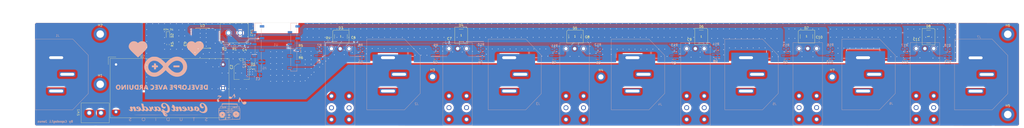
<source format=kicad_pcb>
(kicad_pcb (version 20241229) (generator "pcbnew") (generator_version "9.0")
  (title_block (title "PCB RACK v1") (date "2025-06-04") (comment 1 "635 vias; 420.75*44.45mm") (comment 2 "Capodagli Janus"))
  (layers (0 "F.Cu" signal) (2 "B.Cu" signal) (13 "F.Paste" user) (15 "B.Paste" user) (5 "F.SilkS" user "F.Silkscreen") (7 "B.SilkS" user "B.Silkscreen") (1 "F.Mask" user) (3 "B.Mask" user) (25 "Edge.Cuts" user))
  (net 0 "")
  (net 1 "GND")
  (net 2 "+5V")
  (net 3 "On{slash}Off")
  (net 4 "Net-(D3-DOUT)")
  (net 5 "Net-(D4-DOUT)")
  (net 6 "/Phase")
  (net 7 "Earth")
  (net 8 "NEUT")
  (net 9 "/Relais1/LINE_Sw")
  (net 10 "Net-(Q1-D)")
  (net 11 "Net-(Q1-G)")
  (net 12 "Net-(Q2-G)")
  (net 13 "Net-(Q2-D)")
  (net 14 "SCL")
  (net 15 "SDA")
  (net 16 "Px")
  (net 17 "/INA1_1")
  (net 18 "/INA1_2")
  (net 19 "/INA2_1")
  (net 20 "/INA2_2")
  (net 21 "/INA3_1")
  (net 22 "/INA3_2")
  (net 23 "/INA4_1")
  (net 24 "/INA4_2")
  (net 25 "/INA5_1")
  (net 26 "/INA5_2")
  (net 27 "/INA6_1")
  (net 28 "/INA6_2")
  (net 29 "LINE")
  (net 30 "Net-(D2-A)")
  (net 31 "Net-(D3-DIN)")
  (net 32 "Net-(D5-DOUT)")
  (net 33 "Net-(D6-DOUT)")
  (net 34 "Net-(D7-DOUT)")
  (net 36 "/Relais2/LINE_Sw")
  (net 37 "/Relais3/LINE_Sw")
  (net 38 "/Relais4/LINE_Sw")
  (net 39 "/Relais5/LINE_Sw")
  (net 40 "/Relais6/LINE_Sw")
  (net 41 "Net-(Q3-D)")
  (net 42 "Net-(Q3-G)")
  (net 43 "Net-(Q4-G)")
  (net 44 "Net-(Q4-D)")
  (net 45 "Net-(Q5-D)")
  (net 46 "Net-(Q5-G)")
  (net 47 "Net-(Q6-G)")
  (net 48 "Net-(Q6-D)")
  (net 49 "Net-(Q7-D)")
  (net 50 "Net-(Q7-G)")
  (net 51 "Net-(Q8-D)")
  (net 52 "Net-(Q8-G)")
  (net 53 "Net-(Q9-G)")
  (net 54 "Net-(Q9-D)")
  (net 55 "Net-(Q10-D)")
  (net 56 "Net-(Q10-G)")
  (net 57 "Net-(Q11-D)")
  (net 58 "Net-(Q11-G)")
  (net 59 "Net-(Q12-D)")
  (net 60 "Net-(Q12-G)")
  (net 61 "Net-(SW2-A)")
  (footprint "Capacitor_SMD:C_0603_1608Metric_Pad1.08x0.95mm_HandSolder" (layer "F.Cu") (at 437.995 174.585 180)
    (property "Reference" "C11")
    (property "Value" "100n")
  )
  (footprint "LED_SMD:LED_WS2812B_PLCC4_5.0x5.0mm_P3.2mm" (layer "F.Cu") (at 292.125 171.79 180)
    (property "Reference" "D5")
    (property "Value" "WS2812B")
  )
  (footprint "Capacitor_SMD:C_0603_1608Metric_Pad1.08x0.95mm_HandSolder" (layer "F.Cu") (at 396.45 173.49)
    (property "Reference" "C10")
    (property "Value" "100n")
  )
  (footprint "LED_SMD:LED_0603_1608Metric_Pad1.05x0.95mm_HandSolder" (layer "F.Cu") (at 118.285 171.4175 -90)
    (property "Reference" "D2")
    (property "Value" "LED")
  )
  (footprint "Capacitor_SMD:C_0603_1608Metric_Pad1.08x0.95mm_HandSolder" (layer "F.Cu") (at 297.49 173.57)
    (property "Reference" "C8")
    (property "Value" "100n")
  )
  (footprint "Resistor_SMD:R_0603_1608Metric_Pad0.98x0.95mm_HandSolder" (layer "F.Cu") (at 142.3 175.765)
    (property "Reference" "R2")
    (property "Value" "10k")
  )
  (footprint "Resistor_SMD:R_0603_1608Metric_Pad0.98x0.95mm_HandSolder" (layer "F.Cu") (at 175.03 179.19 180)
    (property "Reference" "R6")
    (property "Value" "2k2")
  )
  (footprint "LED_SMD:LED_WS2812B_PLCC4_5.0x5.0mm_P3.2mm" (layer "F.Cu") (at 243.515 171.31 90)
    (property "Reference" "D4")
    (property "Value" "WS2812B")
  )
  (footprint "Switch:Wurth_2pin_P5.0mm" (layer "F.Cu") (at 89.67 204.55 180)
    (property "Reference" "SW1")
    (property "Value" "SW_SPST")
  )
  (footprint "Capacitor_SMD:C_0603_1608Metric_Pad1.08x0.95mm_HandSolder" (layer "F.Cu") (at 341.001411 174.565 180)
    (property "Reference" "C9")
    (property "Value" "100n")
  )
  (footprint "MountingHole:MountingHole_3.2mm_M3_DIN965_Pad_TopBottom" (layer "F.Cu") (at 477 205.24)
    (property "Reference" "H5")
    (property "Value" "MountingHole_Pad")
  )
  (footprint "LED_SMD:LED_WS2812B_PLCC4_5.0x5.0mm_P3.2mm" (layer "F.Cu") (at 192.12 171.79 180)
    (property "Reference" "D3")
    (property "Value" "WS2812B")
  )
  (footprint "LED_SMD:LED_WS2812B_PLCC4_5.0x5.0mm_P3.2mm" (layer "F.Cu") (at 443.1575 171.84 90)
    (property "Reference" "D8")
    (property "Value" "WS2812B")
  )
  (footprint "MountingHole:MountingHole_3.2mm_M3_DIN965_Pad_TopBottom" (layer "F.Cu") (at 477 170.8)
    (property "Reference" "H6")
    (property "Value" "MountingHole_Pad")
  )
  (footprint "Resistor_SMD:R_0603_1608Metric_Pad0.98x0.95mm_HandSolder" (layer "F.Cu") (at 186.7 173.82)
    (property "Reference" "R4")
    (property "Value" "330")
  )
  (footprint "Capacitor_SMD:C_0603_1608Metric_Pad1.08x0.95mm_HandSolder" (layer "F.Cu") (at 238.465 174.16 180)
    (property "Reference" "C7")
    (property "Value" "100n")
  )
  (footprint "MountingHole:MountingHole_2.2mm_M2_DIN965_Pad_TopBottom" (layer "F.Cu") (at 402 189.1)
    (property "Reference" "H7")
    (property "Value" "MountingHole_Pad")
  )
  (footprint "Resistor_SMD:R_0603_1608Metric_Pad0.98x0.95mm_HandSolder" (layer "F.Cu") (at 174.99 177.22 180)
    (property "Reference" "R5")
    (property "Value" "2k2")
  )
  (footprint "Capacitor_SMD:C_0201_0603Metric_Pad0.64x0.40mm_HandSolder" (layer "F.Cu") (at 145.41 186.82 -90)
    (property "Reference" "C2")
    (property "Value" "1u")
  )
  (footprint "MountingHole:MountingHole_3.2mm_M3_DIN965_Pad_TopBottom" (layer "F.Cu") (at 89.35 170.74)
    (property "Reference" "H2")
    (property "Value" "MountingHole_Pad")
  )
  (footprint "Resistor_SMD:R_0603_1608Metric_Pad0.98x0.95mm_HandSolder" (layer "F.Cu") (at 118.26 175.23 90)
    (property "Reference" "R3")
    (property "Value" "2k5")
  )
  (footprint "MountingHole:MountingHole_2.2mm_M2_DIN965_Pad_TopBottom" (layer "F.Cu") (at 231.3 189)
    (property "Reference" "H3")
    (property "Value" "MountingHole_Pad")
  )
  (footprint "Diode_SMD:Nexperia_DSN1608-2_1.6x0.8mm" (layer "F.Cu") (at 154.7 185)
    (property "Reference" "D1")
    (property "Value" "TVS")
  )
  (footprint "Capacitor_SMD:C_0603_1608Metric_Pad1.08x0.95mm_HandSolder" (layer "F.Cu") (at 151.05 175.765)
    (property "Reference" "C4")
    (property "Value" "10n")
  )
  (footprint "Package_SO:SSOP-24_5.3x8.2mm_P0.65mm" (layer "F.Cu") (at 133 172.5 180)
    (property "Reference" "U3")
    (property "Value" "PCF8575DBR")
  )
  (footprint "LED_SMD:LED_WS2812B_PLCC4_5.0x5.0mm_P3.2mm" (layer "F.Cu") (at 346.096411 171.79 90)
    (property "Reference" "D6")
    (property "Value" "WS2812B")
  )
  (footprint "AC_DC_module:MP-LDE06-20B05" (layer "F.Cu") (at 96.1 204.1)
    (property "Reference" "U2")
    (property "Value" "~")
  )
  (footprint "Resistor_SMD:R_0603_1608Metric_Pad0.98x0.95mm_HandSolder" (layer "F.Cu") (at 146.75 175.765 180)
    (property "Reference" "R1")
    (property "Value" "10k")
  )
  (footprint "MountingHole:MountingHole_3.2mm_M3_DIN965_Pad_TopBottom" (layer "F.Cu") (at 89.35 192.27)
    (property "Reference" "H1")
    (property "Value" "MountingHole_Pad")
  )
  (footprint "Switch:Wurth_2pin_P5.0mm" (layer "F.Cu") (at 144.15 170.24)
    (property "Reference" "SW2")
    (property "Value" "SW_SPST")
  )
  (footprint "Capacitor:Wurth-100u" (layer "F.Cu") (at 149.75 184.65 90)
    (property "Reference" "C3")
    (property "Value" "100u")
  )
  (footprint "LED_SMD:LED_WS2812B_PLCC4_5.0x5.0mm_P3.2mm" (layer "F.Cu") (at 391.025 171.79 180)
    (property "Reference" "D7")
    (property "Value" "WS2812B")
  )
  (footprint "Capacitor_SMD:C_0603_1608Metric_Pad1.08x0.95mm_HandSolder" (layer "F.Cu") (at 197.67 173.65)
    (property "Reference" "C6")
    (property "Value" "100n")
  )
  (footprint "MountingHole:MountingHole_2.2mm_M2_DIN965_Pad_TopBottom" (layer "F.Cu") (at 303.2 189.1)
    (property "Reference" "H4")
    (property "Value" "MountingHole_Pad")
  )
  (footprint "Capacitor_SMD:C_0603_1608Metric_Pad1.08x0.95mm_HandSolder" (layer "F.Cu") (at 127.15 174.95 -90)
    (property "Reference" "C5")
    (property "Value" "100n")
  )
  (footprint "Package_TO_SOT_SMD:SOT-23" (layer "B.Cu") (at 301.7 180 180)
    (property "Reference" "Q6")
    (property "Value" "SQ2310ES-T1_BE3")
  )
  (footprint "Package_TO_SOT_SMD:SOT-23" (layer "B.Cu") (at 251.62 180 180)
    (property "Reference" "Q4")
    (property "Value" "SQ2310ES-T1_BE3")
  )
  (footprint "Relais_Bistable_SPDT:SPDY_Bistable_1fromC" (layer "B.Cu") (at 292 189.6 -90)
    (property "Reference" "U12" (hide yes))
    (property "Value" "~" (hide yes))
  )
  (footprint "Relais_Bistable_SPDT:SPDY_Bistable_1fromC" (layer "B.Cu") (at 191.85 189.62 -90)
    (property "Reference" "U10" (hide yes))
    (property "Value" "~" (hide yes))
  )
  (footprint "Conn_Alim:Conn_Secteur" (layer "B.Cu") (at 268.78 188 90)
    (property "Reference" "J3")
    (property "Value" "Conn_01x03")
  )
  (footprint "Resistor_SMD:R_0603_1608Metric_Pad0.98x0.95mm_HandSolder" (layer "B.Cu") (at 334.63 177.03)
    (property "Reference" "R13")
    (property "Value" "470")
  )
  (footprint "img:Dessin_CoventGarden" (layer "B.Cu") (at 145.032625 202.293636 180)
    (property "Reference" "G***" (hide yes))
    (property "Value" "LOGO" (hide yes))
  )
  (footprint "Resistor_SMD:R_0603_1608Metric_Pad0.98x0.95mm_HandSolder" (layer "B.Cu") (at 352.42 176.65)
    (property "Reference" "R14")
    (property "Value" "470")
  )
  (footprint "Relais_Bistable_SPDT:SPDY_Bistable_1fromC" (layer "B.Cu") (at 343.56 189.58 -90)
    (property "Reference" "U13" (hide yes))
    (property "Value" "~" (hide yes))
  )
  (footprint "Conn_Alim:Conn_Secteur" (layer "B.Cu") (at 321.415 188 90)
    (property "Reference" "J4")
    (property "Value" "Conn_01x03")
  )
  (footprint "Package_TO_SOT_SMD:SOT-23" (layer "B.Cu") (at 401.015 180 180)
    (property "Reference" "Q10")
    (property "Value" "SQ2310ES-T1_BE3")
  )
  (footprint "Conn_Alim:Conn_Secteur" (layer "B.Cu") (at 369.916411 188 90)
    (property "Reference" "J5")
    (property "Value" "Conn_01x03")
  )
  (footprint "Package_TO_SOT_SMD:SOT-23" (layer "B.Cu") (at 432.9725 180.05 180)
    (property "Reference" "Q11")
    (property "Value" "SQ2310ES-T1_BE3")
  )
  (footprint "Resistor_SMD:R_0603_1608Metric_Pad0.98x0.95mm_HandSolder" (layer "B.Cu") (at 301.99 177)
    (property "Reference" "R12")
    (property "Value" "470")
  )
  (footprint "Resistor_SMD:R_0603_1608Metric_Pad0.98x0.95mm_HandSolder" (layer "B.Cu") (at 183 177)
    (property "Reference" "R7")
    (property "Value" "470")
  )
  (footprint "Resistor_SMD:R_0603_1608Metric_Pad0.98x0.95mm_HandSolder" (layer "B.Cu") (at 200.5175 177)
    (property "Reference" "R8")
    (property "Value" "470")
  )
  (footprint "Resistor_SMD:R_0603_1608Metric_Pad0.98x0.95mm_HandSolder" (layer "B.Cu") (at 283.37 177.26)
    (property "Reference" "R11")
    (property "Value" "470")
  )
  (footprint "Package_TO_SOT_SMD:SOT-23" (layer "B.Cu") (at 382.0025 180 180)
    (property "Reference" "Q9")
    (property "Value" "SQ2310ES-T1_BE3")
  )
  (footprint "Conn_Alim:Conn_Secteur" (layer "B.Cu") (at 217 188 90)
    (property "Reference" "J2")
    (property "Value" "Conn_01x03")
  )
  (footprint "Conn_Alim:Conn_Secteur" (layer "B.Cu") (at 419.915 188 90)
    (property "Reference" "J6")
    (property "Value" "Conn_01x03")
  )
  (footprint "img:Logo_Covent" (layer "B.Cu") (at 118.263278 204.495192 180)
    (property "Reference" "G***" (hide yes))
    (property "Value" "LOGO" (hide yes))
  )
  (footprint "Relais_Bistable_SPDT:SPDY_Bistable_1fromC" (layer "B.Cu") (at 242.03 189.56 -90)
    (property "Reference" "U11" (hide yes))
    (property "Value" "~" (hide yes))
  )
  (footprint "Package_TO_SOT_SMD:SOT-23" (layer "B.Cu") (at 352.12 179.44 180)
    (property "Reference" "Q8")
    (property "Value" "SQ2310ES-T1_BE3")
  )
  (footprint "Package_TO_SOT_SMD:SOT-23" (layer "B.Cu") (at 334.28 180.06 180)
    (property "Reference" "Q7")
    (property "Value" "SQ2310ES-T1_BE3")
  )
  (footprint "Package_TO_SOT_SMD:SOT-23" (layer "B.Cu") (at 200.23 180 180)
    (property "Reference" "Q2")
    (property "Value" "SQ2310ES-T1_BE3")
  )
  (footprint "ESP32_C3_SuperMini:SuperMini SMT" (layer "B.Cu") (at 164.43 176.33)
    (property "Reference" "U1")
    (property "Value" "~")
  )
  (footprint "Package_TO_SOT_SMD:SOT-23" (layer "B.Cu") (at 182.53 180 180)
    (property "Reference" "Q1")
    (property "Value" "SQ2310ES-T1_BE3")
  )
  (footprint "Relais_Bistable_SPDT:SPDY_Bistable_1fromC" (layer "B.Cu") (at 441.58 189.53 -90)
    (property "Reference" "U15" (hide yes))
    (property "Value" "~" (hide yes))
  )
  (footprint "Package_TO_SOT_SMD:SOT-23" (layer "B.Cu") (at 232.4125 180 180)
    (property "Reference" "Q3")
    (property "Value" "SQ2310ES-T1_BE3")
  )
  (footprint "Conn_Alim:Conn_Secteur" (layer "B.Cu") (at 75.28 187.98 90)
    (property "Reference" "J1")
    (property "Value" "Conn_01x03")
  )
  (footprint "Resistor_SMD:R_0603_1608Metric_Pad0.98x0.95mm_HandSolder" (layer "B.Cu") (at 382.305 177)
    (property "Reference" "R15")
    (property "Value" "470")
  )
  (footprint "img:ARDUINO" (layer "B.Cu") (at 117.31 184.59 180)
    (property "Reference" "G***" (hide yes))
    (property "Value" "LOGO" (hide yes))
  )
  (footprint "Resistor_SMD:R_0603_1608Metric_Pad0.98x0.95mm_HandSolder" (layer "B.Cu") (at 401.21 177)
    (property "Reference" "R16")
    (property "Value" "470")
  )
  (footprint "Capacitor_SMD:C_0603_1608Metric_Pad1.08x0.95mm_HandSolder" (layer "B.Cu") (at 156.63 188.34)
    (property "Reference" "C1")
    (property "Value" "100n")
  )
  (footprint "Resistor_SMD:R_0603_1608Metric_Pad0.98x0.95mm_HandSolder" (layer "B.Cu") (at 451.32 177.15)
    (property "Reference" "R18")
    (property "Value" "470")
  )
  (footprint "Resistor_SMD:R_0603_1608Metric_Pad0.98x0.95mm_HandSolder" (layer "B.Cu") (at 251.9 177)
    (property "Reference" "R10")
    (property "Value" "470")
  )
  (footprint "Capacitor_SMD:C_0603_1608Metric_Pad1.08x0.95mm_HandSolder" (layer "B.Cu") (at 152.58 183.89 90)
    (property "Reference" "C12")
    (property "Value" "4u7")
  )
  (footprint "Package_TO_SOT_SMD:SOT-23" (layer "B.Cu") (at 283.0825 180 180)
    (property "Reference" "Q5")
    (property "Value" "SQ2310ES-T1_BE3")
  )
  (footprint "Resistor_SMD:R_0603_1608Metric_Pad0.98x0.95mm_HandSolder" (layer "B.Cu") (at 232.69 177)
    (property "Reference" "R9")
    (property "Value" "470")
  )
  (footprint "Package_TO_SOT_SMD:SOT-23" (layer "B.Cu") (at 451.0625 180.05 180)
    (property "Reference" "Q12")
    (property "Value" "SQ2310ES-T1_BE3")
  )
  (footprint "Relais_Bistable_SPDT:SPDY_Bistable_1fromC" (layer "B.Cu") (at 391.56 189.53 -90)
    (property "Reference" "U14" (hide yes))
    (property "Value" "~" (hide yes))
  )
  (footprint "Conn_Alim:Conn_Secteur" (layer "B.Cu") (at 468 188.05 90)
    (property "Reference" "J7")
    (property "Value" "Conn_01x03")
  )
  (footprint "Resistor_SMD:R_0603_1608Metric_Pad0.98x0.95mm_HandSolder" (layer "B.Cu") (at 433.0225 177.05)
    (property "Reference" "R17")
    (property "Value" "470")
  )
  (gr_arc (start 482 209.24) (mid 481.707107 209.947107) (end 481 210.24) (stroke (width 0.05)) (layer "Edge.Cuts"))
  (gr_line (start 61.25 166.74) (end 61.25 209.19) (stroke (width 0.05)) (layer "Edge.Cuts"))
  (gr_arc (start 62.25 210.19) (mid 61.542893 209.897107) (end 61.25 209.19) (stroke (width 0.05)) (layer "Edge.Cuts"))
  (gr_line (start 482 209.24) (end 482 166.79) (stroke (width 0.05)) (layer "Edge.Cuts"))
  (gr_line (start 62.25 210.19) (end 481 210.24) (stroke (width 0.05)) (layer "Edge.Cuts"))
  (gr_arc (start 61.25 166.74) (mid 61.542893 166.032893) (end 62.25 165.74) (stroke (width 0.05)) (layer "Edge.Cuts"))
  (gr_line (start 481.01 165.8) (end 62.25 165.74) (stroke (width 0.05)) (layer "Edge.Cuts"))
  (gr_arc (start 481.01 165.8) (mid 481.710036 166.089964) (end 482 166.79) (stroke (width 0.05)) (layer "Edge.Cuts"))
  (gr_text "Alim_5V\n" (at 116.28 169.21 0) (layer "F.SilkS") (effects (font (size 0.8 0.7) (thickness 0.1)) (justify left bottom)))
  (gr_text "By Capodagli Janus" (at 77.67 208.88 0) (layer "B.SilkS") (effects (font (size 1 1) (thickness 0.2) (bold yes)) (justify left bottom mirror)))
  (via (at 404.48 176.78) (size 0.4) (drill 0.3) (layers "F.Cu" "B.Cu") (net 1))
  (via (at 450.14 181.03) (size 0.4) (drill 0.3) (layers "F.Cu" "B.Cu") (net 1))
  (via (at 176.87 178.18) (size 0.4) (drill 0.3) (layers "F.Cu" "B.Cu") (net 1))
  (via (at 320.01 166.28) (size 0.4) (drill 0.3) (layers "F.Cu" "B.Cu") (net 1))
  (via (at 183.06 184.9) (size 0.4) (drill 0.3) (layers "F.Cu" "B.Cu") (net 1))
  (via (at 327.65 172.15) (size 0.4) (drill 0.3) (layers "F.Cu" "B.Cu") (net 1))
  (via (at 375.91 172.62) (size 0.4) (drill 0.3) (layers "F.Cu" "B.Cu") (net 1))
  (via (at 452.09 166.28) (size 0.4) (drill 0.3) (layers "F.Cu" "B.Cu") (net 1))
  (via (at 239.26 172.17) (size 0.4) (drill 0.3) (layers "F.Cu" "B.Cu") (net 1))
  (via (at 429.24 168.58) (size 0.4) (drill 0.3) (layers "F.Cu" "B.Cu") (net 1))
  (via (at 381.49 178.28) (size 0.4) (drill 0.3) (layers "F.Cu" "B.Cu") (net 1))
  (via (at 284.45 166.28) (size 0.4) (drill 0.3) (layers "F.Cu" "B.Cu") (net 1))
  (via (at 253.99 172.15) (size 0.4) (drill 0.3) (layers "F.Cu" "B.Cu") (net 1))
  (via (at 337.79 168.49) (size 0.4) (drill 0.3) (layers "F.Cu" "B.Cu") (net 1))
  (via (at 220.95 166.28) (size 0.4) (drill 0.3) (layers "F.Cu" "B.Cu") (net 1))
  (via (at 307.64 179.48) (size 0.4) (drill 0.3) (layers "F.Cu" "B.Cu") (net 1))
  (via (at 447.6 181.03) (size 0.4) (drill 0.3) (layers "F.Cu" "B.Cu") (net 1))
  (via (at 138.49 168.94) (size 0.4) (drill 0.3) (layers "F.Cu" "B.Cu") (net 1))
  (via (at 203.17 172.16) (size 0.4) (drill 0.3) (layers "F.Cu" "B.Cu") (net 1))
  (via (at 182.85 172.16) (size 0.4) (drill 0.3) (layers "F.Cu" "B.Cu") (net 1))
  (via (at 411.45 172.1) (size 0.4) (drill 0.3) (layers "F.Cu" "B.Cu") (net 1))
  (via (at 350.51 168.55) (size 0.4) (drill 0.3) (layers "F.Cu" "B.Cu") (net 1))
  (via (at 134.57 182.92) (size 0.4) (drill 0.3) (layers "F.Cu" "B.Cu") (net 1))
  (via (at 355.62 175.14) (size 0.4) (drill 0.3) (layers "F.Cu" "B.Cu") (net 1))
  (via (at 293.84 180.3) (size 0.4) (drill 0.3) (layers "F.Cu" "B.Cu") (net 1))
  (via (at 254.28 177.12) (size 0.4) (drill 0.3) (layers "F.Cu" "B.Cu") (net 1))
  (via (at 375.89 166.28) (size 0.4) (drill 0.3) (layers "F.Cu" "B.Cu") (net 1))
  (via (at 298.54 175.97) (size 0.4) (drill 0.3) (layers "F.Cu" "B.Cu") (net 1))
  (via (at 226.35 179.81) (size 0.4) (drill 0.3) (layers "F.Cu" "B.Cu") (net 1))
  (via (at 142.21 166.28) (size 0.4) (drill 0.3) (layers "F.Cu" "B.Cu") (net 1))
  (via (at 256.81 177.12) (size 0.4) (drill 0.3) (layers "F.Cu" "B.Cu") (net 1))
  (via (at 251.91 175.82) (size 0.4) (drill 0.3) (layers "F.Cu" "B.Cu") (net 1))
  (via (at 351.37 180.66) (size 0.4) (drill 0.3) (layers "F.Cu" "B.Cu") (net 1))
  (via (at 223.32 176.95) (size 0.4) (drill 0.3) (layers "F.Cu" "B.Cu") (net 1))
  (via (at 320.31 177.21) (size 0.4) (drill 0.3) (layers "F.Cu" "B.Cu") (net 1))
  (via (at 388.59 166.28) (size 0.4) (drill 0.3) (layers "F.Cu" "B.Cu") (net 1))
  (via (at 370.83 172.62) (size 0.4) (drill 0.3) (layers "F.Cu" "B.Cu") (net 1))
  (via (at 454.63 176.11) (size 0.4) (drill 0.3) (layers "F.Cu" "B.Cu") (net 1))
  (via (at 312.39 168.49) (size 0.4) (drill 0.3) (layers "F.Cu" "B.Cu") (net 1))
  (via (at 199.57 175.94) (size 0.4) (drill 0.3) (layers "F.Cu" "B.Cu") (net 1))
  (via (at 322.55 166.28) (size 0.4) (drill 0.3) (layers "F.Cu" "B.Cu") (net 1))
  (via (at 205.71 172.16) (size 0.4) (drill 0.3) (layers "F.Cu" "B.Cu") (net 1))
  (via (at 134.64 175.93) (size 0.4) (drill 0.3) (layers "F.Cu" "B.Cu") (net 1))
  (via (at 156.26 178.64) (size 0.4) (drill 0.3) (layers "F.Cu" "B.Cu") (net 1))
  (via (at 193.59 179.55) (size 0.4) (drill 0.3) (layers "F.Cu" "B.Cu") (net 1))
  (via (at 198.09 166.28) (size 0.4) (drill 0.3) (layers "F.Cu" "B.Cu") (net 1))
  (via (at 266.97 177.12) (size 0.4) (drill 0.3) (layers "F.Cu" "B.Cu") (net 1))
  (via (at 358.13 172.62) (size 0.4) (drill 0.3) (layers "F.Cu" "B.Cu") (net 1))
  (via (at 129.51 194.22) (size 0.4) (drill 0.3) (layers "F.Cu" "B.Cu") (net 1))
  (via (at 341.76 177.81) (size 0.4) (drill 0.3) (layers "F.Cu" "B.Cu") (net 1))
  (via (at 449.57 172.12) (size 0.4) (drill 0.3) (layers "F.Cu" "B.Cu") (net 1))
  (via (at 413.99 172.1) (size 0.4) (drill 0.3) (layers "F.Cu" "B.Cu") (net 1))
  (via (at 141.02 178.64) (size 0.4) (drill 0.3) (layers "F.Cu" "B.Cu") (net 1))
  (via (at 121.91 177.26) (size 0.4) (drill 0.3) (layers "F.Cu" "B.Cu") (net 1))
  (via (at 289.55 172.15) (size 0.4) (drill 0.3) (layers "F.Cu" "B.Cu") (net 1))
  (via (at 248.91 172.15) (size 0.4) (drill 0.3) (layers "F.Cu" "B.Cu") (net 1))
  (via (at 180.31 166.28) (size 0.4) (drill 0.3) (layers "F.Cu" "B.Cu") (net 1))
  (via (at 199.54 178.65) (size 0.4) (drill 0.3) (layers "F.Cu" "B.Cu") (net 1))
  (via (at 304.77 168.49) (size 0.4) (drill 0.3) (layers "F.Cu" "B.Cu") (net 1))
  (via (at 231.11 168.53) (size 0.4) (drill 0.3) (layers "F.Cu" "B.Cu") (net 1))
  (via (at 439.32 176.08) (size 0.4) (drill 0.3) (layers "F.Cu" "B.Cu") (net 1))
  (via (at 143.56 178.64) (size 0.4) (drill 0.3) (layers "F.Cu" "B.Cu") (net 1))
  (via (at 236.19 172.16) (size 0.4) (drill 0.3) (layers "F.Cu" "B.Cu") (net 1))
  (via (at 317.77 177.21) (size 0.4) (drill 0.3) (layers "F.Cu" "B.Cu") (net 1))
  (via (at 185.7 182.35) (size 0.4) (drill 0.3) (layers "F.Cu" "B.Cu") (net 1))
  (via (at 154.68 166.3) (size 0.4) (drill 0.3) (layers "F.Cu" "B.Cu") (net 1))
  (via (at 403.84 168.58) (size 0.4) (drill 0.3) (layers "F.Cu" "B.Cu") (net 1))
  (via (at 134.61 170.44) (size 0.4) (drill 0.3) (layers "F.Cu" "B.Cu") (net 1))
  (via (at 439.47 180.9) (size 0.4) (drill 0.3) (layers "F.Cu" "B.Cu") (net 1))
  (via (at 281.91 168.49) (size 0.4) (drill 0.3) (layers "F.Cu" "B.Cu") (net 1))
  (via (at 231.11 172.16) (size 0.4) (drill 0.3) (layers "F.Cu" "B.Cu") (net 1))
  (via (at 195.55 168.53) (size 0.4) (drill 0.3) (layers "F.Cu" "B.Cu") (net 1))
  (via (at 426.69 172.1) (size 0.4) (drill 0.3) (layers "F.Cu" "B.Cu") (net 1))
  (via (at 162.12 178.29) (size 0.4) (drill 0.3) (layers "F.Cu" "B.Cu") (net 1))
  (via (at 190.47 168.53) (size 0.4) (drill 0.3) (layers "F.Cu" "B.Cu") (net 1))
  (via (at 439.41 172.12) (size 0.4) (drill 0.3) (layers "F.Cu" "B.Cu") (net 1))
  (via (at 109.19 168.82) (size 0.4) (drill 0.3) (layers "F.Cu" "B.Cu") (net 1))
  (via (at 276.83 166.28) (size 0.4) (drill 0.3) (layers "F.Cu" "B.Cu") (net 1))
  (via (at 279.39 172.15) (size 0.4) (drill 0.3) (layers "F.Cu" "B.Cu") (net 1))
  (via (at 368.27 166.28) (size 0.4) (drill 0.3) (layers "F.Cu" "B.Cu") (net 1))
  (via (at 284.47 172.15) (size 0.4) (drill 0.3) (layers "F.Cu" "B.Cu") (net 1))
  (via (at 238.73 168.53) (size 0.4) (drill 0.3) (layers "F.Cu" "B.Cu") (net 1))
  (via (at 279.37 166.28) (size 0.4) (drill 0.3) (layers "F.Cu" "B.Cu") (net 1))
  (via (at 132.07 174.15) (size 0.4) (drill 0.3) (layers "F.Cu" "B.Cu") (net 1))
  (via (at 143.59 181.36) (size 0.4) (drill 0.3) (layers "F.Cu" "B.Cu") (net 1))
  (via (at 358.12 176.66) (size 0.4) (drill 0.3) (layers "F.Cu" "B.Cu") (net 1))
  (via (at 303.95 177.23) (size 0.4) (drill 0.3) (layers "F.Cu" "B.Cu") (net 1))
  (via (at 345.61 180.67) (size 0.4) (drill 0.3) (layers "F.Cu" "B.Cu") (net 1))
  (via (at 285.32 175.95) (size 0.4) (drill 0.3) (layers "F.Cu" "B.Cu") (net 1))
  (via (at 138.48 178.64) (size 0.4) (drill 0.3) (layers "F.Cu" "B.Cu") (net 1))
  (via (at 330.17 168.49) (size 0.4) (drill 0.3) (layers "F.Cu" "B.Cu") (net 1))
  (via (at 246.35 166.28) (size 0.4) (drill 0.3) (layers "F.Cu" "B.Cu") (net 1))
  (via (at 358.11 166.28) (size 0.4) (drill 0.3) (layers "F.Cu" "B.Cu") (net 1))
  (via (at 336.95 177.05) (size 0.4) (drill 0.3) (layers "F.Cu" "B.Cu") (net 1))
  (via (at 434.31 166.28) (size 0.4) (drill 0.3) (layers "F.Cu" "B.Cu") (net 1))
  (via (at 272.05 177.12) (size 0.4) (drill 0.3) (layers "F.Cu" "B.Cu") (net 1))
  (via (at 114.27 166.28) (size 0.4) (drill 0.3) (layers "F.Cu" "B.Cu") (net 1))
  (via (at 378.43 166.28) (size 0.4) (drill 0.3) (layers "F.Cu" "B.Cu") (net 1))
  (via (at 185.39 166.28) (size 0.4) (drill 0.3) (layers "F.Cu" "B.Cu") (net 1))
  (via (at 213.33 166.28) (size 0.4) (drill 0.3) (layers "F.Cu" "B.Cu") (net 1))
  (via (at 203.17 166.28) (size 0.4) (drill 0.3) (layers "F.Cu" "B.Cu") (net 1))
  (via (at 360.65 166.28) (size 0.4) (drill 0.3) (layers "F.Cu" "B.Cu") (net 1))
  (via (at 162.12 180.83) (size 0.4) (drill 0.3) (layers "F.Cu" "B.Cu") (net 1))
  (via (at 167.2 188.45) (size 0.4) (drill 0.3) (layers "F.Cu" "B.Cu") (net 1))
  (via (at 193.58 177.65) (size 0.4) (drill 0.3) (layers "F.Cu" "B.Cu") (net 1))
  (via (at 140.03 184.78) (size 0.4) (drill 0.3) (layers "F.Cu" "B.Cu") (net 1))
  (via (at 317.47 166.28) (size 0.4) (drill 0.3) (layers "F.Cu" "B.Cu") (net 1))
  (via (at 141.41 187.45) (size 0.4) (drill 0.3) (layers "F.Cu" "B.Cu") (net 1))
  (via (at 143.95 187.45) (size 0.4) (drill 0.3) (layers "F.Cu" "B.Cu") (net 1))
  (via (at 182.99 176.24) (size 0.4) (drill 0.3) (layers "F.Cu" "B.Cu") (net 1))
  (via (at 431.77 166.28) (size 0.4) (drill 0.3) (layers "F.Cu" "B.Cu") (net 1))
  (via (at 454.63 178.65) (size 0.4) (drill 0.3) (layers "F.Cu" "B.Cu") (net 1))
  (via (at 330.17 166.28) (size 0.4) (drill 0.3) (layers "F.Cu" "B.Cu") (net 1))
  (via (at 355.64 177.41) (size 0.4) (drill 0.3) (layers "F.Cu" "B.Cu") (net 1))
  (via (at 261.61 172.15) (size 0.4) (drill 0.3) (layers "F.Cu" "B.Cu") (net 1))
  (via (at 294.63 172.15) (size 0.4) (drill 0.3) (layers "F.Cu" "B.Cu") (net 1))
  (via (at 363.21 172.62) (size 0.4) (drill 0.3) (layers "F.Cu" "B.Cu") (net 1))
  (via (at 408.92 168.58) (size 0.4) (drill 0.3) (layers "F.Cu" "B.Cu") (net 1))
  (via (at 447.03 172.12) (size 0.4) (drill 0.3) (layers "F.Cu" "B.Cu") (net 1))
  (via (at 147.29 166.28) (size 0.4) (drill 0.3) (layers "F.Cu" "B.Cu") (net 1))
  (via (at 182.85 166.28) (size 0.4) (drill 0.3) (layers "F.Cu" "B.Cu") (net 1))
  (via (at 144.19 194.23) (size 0.4) (drill 0.3) (layers "F.Cu" "B.Cu") (net 1))
  (via (at 233.65 172.16) (size 0.4) (drill 0.3) (layers "F.Cu" "B.Cu") (net 1))
  (via (at 193.01 168.53) (size 0.4) (drill 0.3) (layers "F.Cu" "B.Cu") (net 1))
  (via (at 436.87 172.12) (size 0.4) (drill 0.3) (layers "F.Cu" "B.Cu") (net 1))
  (via (at 228.57 172.16) (size 0.4) (drill 0.3) (layers "F.Cu" "B.Cu") (net 1))
  (via (at 116.81 194.22) (size 0.4) (drill 0.3) (layers "F.Cu" "B.Cu") (net 1))
  (via (at 125.45 171.54) (size 0.4) (drill 0.3) (layers "F.Cu" "B.Cu") (net 1))
  (via (at 334.56 175.55) (size 0.4) (drill 0.3) (layers "F.Cu" "B.Cu") (net 1))
  (via (at 149.27 194.23) (size 0.4) (drill 0.3) (layers "F.Cu" "B.Cu") (net 1))
  (via (at 454.63 171.03) (size 0.4) (drill 0.3) (layers "F.Cu" "B.Cu") (net 1))
  (via (at 185.39 172.16) (size 0.4) (drill 0.3) (layers "F.Cu" "B.Cu") (net 1))
  (via (at 177.77 168.53) (size 0.4) (drill 0.3) (layers "F.Cu" "B.Cu") (net 1))
  (via (at 452.09 176.13) (size 0.4) (drill 0.3) (layers "F.Cu" "B.Cu") (net 1))
  (via (at 406.37 172.1) (size 0.4) (drill 0.3) (layers "F.Cu" "B.Cu") (net 1))
  (via (at 116.82 174.78) (size 0.4) (drill 0.3) (layers "F.Cu" "B.Cu") (net 1))
  (via (at 266.67 166.28) (size 0.4) (drill 0.3) (layers "F.Cu" "B.Cu") (net 1))
  (via (at 406.38 168.58) (size 0.4) (drill 0.3) (layers "F.Cu" "B.Cu") (net 1))
  (via (at 301.97 176) (size 0.4) (drill 0.3) (layers "F.Cu" "B.Cu") (net 1))
  (via (at 355.66 179.68) (size 0.4) (drill 0.3) (layers "F.Cu" "B.Cu") (net 1))
  (via (at 358.13 168.55) (size 0.4) (drill 0.3) (layers "F.Cu" "B.Cu") (net 1))
  (via (at 269.21 166.28) (size 0.4) (drill 0.3) (layers "F.Cu" "B.Cu") (net 1))
  (via (at 190.47 172.16) (size 0.4) (drill 0.3) (layers "F.Cu" "B.Cu") (net 1))
  (via (at 289.53 168.49) (size 0.4) (drill 0.3) (layers "F.Cu" "B.Cu") (net 1))
  (via (at 256.51 166.28) (size 0.4) (drill 0.3) (layers "F.Cu" "B.Cu") (net 1))
  (via (at 125.45 174.08) (size 0.4) (drill 0.3) (layers "F.Cu" "B.Cu") (net 1))
  (via (at 151.81 194.23) (size 0.4) (drill 0.3) (layers "F.Cu" "B.Cu") (net 1))
  (via (at 294.61 168.49) (size 0.4) (drill 0.3) (layers "F.Cu" "B.Cu") (net 1))
  (via (at 264.15 172.15) (size 0.4) (drill 0.3) (layers "F.Cu" "B.Cu") (net 1))
  (via (at 332.71 166.28) (size 0.4) (drill 0.3) (layers "F.Cu" "B.Cu") (net 1))
  (via (at 419.07 166.28) (size 0.4) (drill 0.3) (layers "F.Cu" "B.Cu") (net 1))
  (via (at 309.85 166.28) (size 0.4) (drill 0.3) (layers "F.Cu" "B.Cu") (net 1))
  (via (at 133.36 179.23) (size 0.4) (drill 0.3) (layers "F.Cu" "B.Cu") (net 1))
  (via (at 248.89 168.49) (size 0.4) (drill 0.3) (layers "F.Cu" "B.Cu") (net 1))
  (via (at 454.63 181.19) (size 0.4) (drill 0.3) (layers "F.Cu" "B.Cu") (net 1))
  (via (at 151.18 178.64) (size 0.4) (drill 0.3) (layers "F.Cu" "B.Cu") (net 1))
  (via (at 187.93 172.16) (size 0.4) (drill 0.3) (layers "F.Cu" "B.Cu") (net 1))
  (via (at 279.37 168.49) (size 0.4) (drill 0.3) (layers "F.Cu" "B.Cu") (net 1))
  (via (at 200.63 172.16) (size 0.4) (drill 0.3) (layers "F.Cu" "B.Cu") (net 1))
  (via (at 426.7 168.58) (size 0.4) (drill 0.3) (layers "F.Cu" "B.Cu") (net 1))
  (via (at 233.65 166.28) (size 0.4) (drill 0.3) (layers "F.Cu" "B.Cu") (net 1))
  (via (at 120.37 169) (size 0.4) (drill 0.3) (layers "F.Cu" "B.Cu") (net 1))
  (via (at 443.52 178.22) (size 0.4) (drill 0.3) (layers "F.Cu" "B.Cu") (net 1))
  (via (at 328.94 180.33) (size 0.4) (drill 0.3) (layers "F.Cu" "B.Cu") (net 1))
  (via (at 223.49 166.28) (size 0.4) (drill 0.3) (layers "F.Cu" "B.Cu") (net 1))
  (via (at 393.79 180.48) (size 0.4) (drill 0.3) (layers "F.Cu" "B.Cu") (net 1))
  (via (at 210.79 166.28) (size 0.4) (drill 0.3) (layers "F.Cu" "B.Cu") (net 1))
  (via (at 302.23 168.49) (size 0.4) (drill 0.3) (layers "F.Cu" "B.Cu") (net 1))
  (via (at 131.99 180.79) (size 0.4) (drill 0.3) (layers "F.Cu" "B.Cu") (net 1))
  (via (at 220.95 168.53) (size 0.4) (drill 0.3) (layers "F.Cu" "B.Cu") (net 1))
  (via (at 215.87 172.16) (size 0.4) (drill 0.3) (layers "F.Cu" "B.Cu") (net 1))
  (via (at 120.37 174.08) (size 0.4) (drill 0.3) (layers "F.Cu" "B.Cu") (net 1))
  (via (at 232.68 178.02) (size 0.4) (drill 0.3) (layers "F.Cu" "B.Cu") (net 1))
  (via (at 310.15 177.21) (size 0.4) (drill 0.3) (layers "F.Cu" "B.Cu") (net 1))
  (via (at 213.33 168.53) (size 0.4) (drill 0.3) (layers "F.Cu" "B.Cu") (net 1))
  (via (at 116.81 166.28) (size 0.4) (drill 0.3) (layers "F.Cu" "B.Cu") (net 1))
  (via (at 350.49 166.28) (size 0.4) (drill 0.3) (layers "F.Cu" "B.Cu") (net 1))
  (via (at 424.15 172.1) (size 0.4) (drill 0.3) (layers "F.Cu" "B.Cu") (net 1))
  (via (at 213.33 172.16) (size 0.4) (drill 0.3) (layers "F.Cu" "B.Cu") (net 1))
  (via (at 380.97 166.28) (size 0.4) (drill 0.3) (layers "F.Cu" "B.Cu") (net 1))
  (via (at 109.19 176.44) (size 0.4) (drill 0.3) (layers "F.Cu" "B.Cu") (net 1))
  (via (at 178.22 189.42) (size 0.4) (drill 0.3) (layers "F.Cu" "B.Cu") (net 1))
  (via (at 122.91 169) (size 0.4) (drill 0.3) (layers "F.Cu" "B.Cu") (net 1))
  (via (at 375.91 168.55) (size 0.4) (drill 0.3) (layers "F.Cu" "B.Cu") (net 1))
  (via (at 167.2 180.83) (size 0.4) (drill 0.3) (layers "F.Cu" "B.Cu") (net 1))
  (via (at 239.9 178.42) (size 0.4) (drill 0.3) (layers "F.Cu" "B.Cu") (net 1))
  (via (at 183.02 178.01) (size 0.4) (drill 0.3) (layers "F.Cu" "B.Cu") (net 1))
  (via (at 299.71 172.15) (size 0.4) (drill 0.3) (layers "F.Cu" "B.Cu") (net 1))
  (via (at 454.63 166.28) (size 0.4) (drill 0.3) (layers "F.Cu" "B.Cu") (net 1))
  (via (at 434.32 168.58) (size 0.4) (drill 0.3) (layers "F.Cu" "B.Cu") (net 1))
  (via (at 353.03 166.28) (size 0.4) (drill 0.3) (layers "F.Cu" "B.Cu") (net 1))
  (via (at 223.49 168.53) (size 0.4) (drill 0.3) (layers "F.Cu" "B.Cu") (net 1))
  (via (at 164.66 190.99) (size 0.4) (drill 0.3) (layers "F.Cu" "B.Cu") (net 1))
  (via (at 243.98 178.44) (size 0.4) (drill 0.3) (layers "F.Cu" "B.Cu") (net 1))
  (via (at 441.93 166.28) (size 0.4) (drill 0.3) (layers "F.Cu" "B.Cu") (net 1))
  (via (at 134.59 194.22) (size 0.4) (drill 0.3) (layers "F.Cu" "B.Cu") (net 1))
  (via (at 271.75 168.49) (size 0.4) (drill 0.3) (layers "F.Cu" "B.Cu") (net 1))
  (via (at 340.33 168.49) (size 0.4) (drill 0.3) (layers "F.Cu" "B.Cu") (net 1))
  (via (at 365.74 176.66) (size 0.4) (drill 0.3) (layers "F.Cu" "B.Cu") (net 1))
  (via (at 195.55 172.16) (size 0.4) (drill 0.3) (layers "F.Cu" "B.Cu") (net 1))
  (via (at 137.13 166.28) (size 0.4) (drill 0.3) (layers "F.Cu" "B.Cu") (net 1))
  (via (at 148.64 178.64) (size 0.4) (drill 0.3) (layers "F.Cu" "B.Cu") (net 1))
  (via (at 231.11 166.28) (size 0.4) (drill 0.3) (layers "F.Cu" "B.Cu") (net 1))
  (via (at 449.55 176.13) (size 0.4) (drill 0.3) (layers "F.Cu" "B.Cu") (net 1))
  (via (at 330.47 177.21) (size 0.4) (drill 0.3) (layers "F.Cu" "B.Cu") (net 1))
  (via (at 325.11 172.15) (size 0.4) (drill 0.3) (layers "F.Cu" "B.Cu") (net 1))
  (via (at 120.37 171.54) (size 0.4) (drill 0.3) (layers "F.Cu" "B.Cu") (net 1))
  (via (at 414.63 176.78) (size 0.4) (drill 0.3) (layers "F.Cu" "B.Cu") (net 1))
  (via (at 131.17 177.05) (size 0.4) (drill 0.3) (layers "F.Cu" "B.Cu") (net 1))
  (via (at 389.12 178.25) (size 0.4) (drill 0.3) (layers "F.Cu" "B.Cu") (net 1))
  (via (at 363.21 168.55) (size 0.4) (drill 0.3) (layers "F.Cu" "B.Cu") (net 1))
  (via (at 292.07 166.28) (size 0.4) (drill 0.3) (layers "F.Cu" "B.Cu") (net 1))
  (via (at 179.47 185.44) (size 0.4) (drill 0.3) (layers "F.Cu" "B.Cu") (net 1))
  (via (at 341.75 180.66) (size 0.4) (drill 0.3) (layers "F.Cu" "B.Cu") (net 1))
  (via (at 256.53 172.15) (size 0.4) (drill 0.3) (layers "F.Cu" "B.Cu") (net 1))
  (via (at 299.69 166.28) (size 0.4) (drill 0.3) (layers "F.Cu" "B.Cu") (net 1))
  (via (at 449.55 166.28) (size 0.4) (drill 0.3) (layers "F.Cu" "B.Cu") (net 1))
  (via (at 393.78 178.26) (size 0.4) (drill 0.3) (layers "F.Cu" "B.Cu") (net 1))
  (via (at 189.36 179.61) (size 0.4) (drill 0.3) (layers "F.Cu" "B.Cu") (net 1))
  (via (at 335.27 172.15) (size 0.4) (drill 0.3) (layers "F.Cu" "B.Cu") (net 1))
  (via (at 226.03 168.53) (size 0.4) (drill 0.3) (layers "F.Cu" "B.Cu") (net 1))
  (via (at 235.62 176.17) (size 0.4) (drill 0.3) (layers "F.Cu" "B.Cu") (net 1))
  (via (at 152.37 166.28) (size 0.4) (drill 0.3) (layers "F.Cu" "B.Cu") (net 1))
  (via (at 355.59 172.62) (size 0.4) (drill 0.3) (layers "F.Cu" "B.Cu") (net 1))
  (via (at 330.19 172.15) (size 0.4) (drill 0.3) (layers "F.Cu" "B.Cu") (net 1))
  (via (at 365.75 172.62) (size 0.4) (drill 0.3) (layers "F.Cu" "B.Cu") (net 1))
  (via (at 422.25 176.78) (size 0.4) (drill 0.3) (layers "F.Cu" "B.Cu") (net 1))
  (via (at 283.33 175.93) (size 0.4) (drill 0.3) (layers "F.Cu" "B.Cu") (net 1))
  (via (at 444.47 166.28) (size 0.4) (drill 0.3) (layers "F.Cu" "B.Cu") (net 1))
  (via (at 179.47 181.73) (size 0.4) (drill 0.3) (layers "F.Cu" "B.Cu") (net 1))
  (via (at 111.73 166.28) (size 0.4) (drill 0.3) (layers "F.Cu" "B.Cu") (net 1))
  (via (at 443.51 176.11) (size 0.4) (drill 0.3) (layers "F.Cu" "B.Cu") (net 1))
  (via (at 198.09 172.16) (size 0.4) (drill 0.3) (layers "F.Cu" "B.Cu") (net 1))
  (via (at 264.13 168.49) (size 0.4) (drill 0.3) (layers "F.Cu" "B.Cu") (net 1))
  (via (at 299.69 168.49) (size 0.4) (drill 0.3) (layers "F.Cu" "B.Cu") (net 1))
  (via (at 215.87 166.28) (size 0.4) (drill 0.3) (layers "F.Cu" "B.Cu") (net 1))
  (via (at 135.94 181.36) (size 0.4) (drill 0.3) (layers "F.Cu" "B.Cu") (net 1))
  (via (at 320.03 172.15) (size 0.4) (drill 0.3) (layers "F.Cu" "B.Cu") (net 1))
  (via (at 322.55 168.49) (size 0.4) (drill 0.3) (layers "F.Cu" "B.Cu") (net 1))
  (via (at 309.85 168.49) (size 0.4) (drill 0.3) (layers "F.Cu" "B.Cu") (net 1))
  (via (at 116.83 177.26) (size 0.4) (drill 0.3) (layers "F.Cu" "B.Cu") (net 1))
  (via (at 132.05 166.28) (size 0.4) (drill 0.3) (layers "F.Cu" "B.Cu") (net 1))
  (via (at 403.83 166.28) (size 0.4) (drill 0.3) (layers "F.Cu" "B.Cu") (net 1))
  (via (at 137.13 194.22) (size 0.4) (drill 0.3) (layers "F.Cu" "B.Cu") (net 1))
  (via (at 137.49 184.78) (size 0.4) (drill 0.3) (layers "F.Cu" "B.Cu") (net 1))
  (via (at 241.27 166.28) (size 0.4) (drill 0.3) (layers "F.Cu" "B.Cu") (net 1))
  (via (at 176.93 185.44) (size 0.4) (drill 0.3) (layers "F.Cu" "B.Cu") (net 1))
  (via (at 124.43 194.22) (size 0.4) (drill 0.3) (layers "F.Cu" "B.Cu") (net 1))
  (via (at 187.93 166.28) (size 0.4) (drill 0.3) (layers "F.Cu" "B.Cu") (net 1))
  (via (at 309.87 172.15) (size 0.4) (drill 0.3) (layers "F.Cu" "B.Cu") (net 1))
  (via (at 125.45 169) (size 0.4) (drill 0.3) (layers "F.Cu" "B.Cu") (net 1))
  (via (at 264.43 177.12) (size 0.4) (drill 0.3) (layers "F.Cu" "B.Cu") (net 1))
  (via (at 370.82 176.66) (size 0.4) (drill 0.3) (layers "F.Cu" "B.Cu") (net 1))
  (via (at 141.02 181.36) (size 0.4) (drill 0.3) (layers "F.Cu" "B.Cu") (net 1))
  (via (at 281.91 166.28) (size 0.4) (drill 0.3) (layers "F.Cu" "B.Cu") (net 1))
  (via (at 146.1 178.64) (size 0.4) (drill 0.3) (layers "F.Cu" "B.Cu") (net 1))
  (via (at 389.11 180.45) (size 0.4) (drill 0.3) (layers "F.Cu" "B.Cu") (net 1))
  (via (at 327.63 168.49) (size 0.4) (drill 0.3) (layers "F.Cu" "B.Cu") (net 1))
  (via (at 146.09 174.71) (size 0.4) (drill 0.3) (layers "F.Cu" "B.Cu") (net 1))
  (via (at 193.01 172.16) (size 0.4) (drill 0.3) (layers "F.Cu" "B.Cu") (net 1))
  (via (at 138.48 181.36) (size 0.4) (drill 0.3) (layers "F.Cu" "B.Cu") (net 1))
  (via (at 210.62 176.95) (size 0.4) (drill 0.3) (layers "F.Cu" "B.Cu") (net 1))
  (via (at 391.14 168.56) (size 0.4) (drill 0.3) (layers "F.Cu" "B.Cu") (net 1))
  (via (at 167.2 178.29) (size 0.4) (drill 0.3) (layers "F.Cu" "B.Cu") (net 1))
  (via (at 327.63 166.28) (size 0.4) (drill 0.3) (layers "F.Cu" "B.Cu") (net 1))
  (via (at 134.59 166.28) (size 0.4) (drill 0.3) (layers "F.Cu" "B.Cu") (net 1))
  (via (at 220.78 176.95) (size 0.4) (drill 0.3) (layers "F.Cu" "B.Cu") (net 1))
  (via (at 419.08 168.58) (size 0.4) (drill 0.3) (layers "F.Cu" "B.Cu") (net 1))
  (via (at 139.67 194.22) (size 0.4) (drill 0.3) (layers "F.Cu" "B.Cu") (net 1))
  (via (at 121.89 166.28) (size 0.4) (drill 0.3) (layers "F.Cu" "B.Cu") (net 1))
  (via (at 435.11 178.14) (size 0.4) (drill 0.3) (layers "F.Cu" "B.Cu") (net 1))
  (via (at 327.93 177.21) (size 0.4) (drill 0.3) (layers "F.Cu" "B.Cu") (net 1))
  (via (at 419.71 176.78) (size 0.4) (drill 0.3) (layers "F.Cu" "B.Cu") (net 1))
  (via (at 238.73 166.28) (size 0.4) (drill 0.3) (layers "F.Cu" "B.Cu") (net 1))
  (via (at 129.51 166.28) (size 0.4) (drill 0.3) (layers "F.Cu" "B.Cu") (net 1))
  (via (at 386.06 168.56) (size 0.4) (drill 0.3) (layers "F.Cu" "B.Cu") (net 1))
  (via (at 129.8 178.61) (size 0.4) (drill 0.3) (layers "F.Cu" "B.Cu") (net 1))
  (via (at 162.12 188.45) (size 0.4) (drill 0.3) (layers "F.Cu" "B.Cu") (net 1))
  (via (at 250.87 178.17) (size 0.4) (drill 0.3) (layers "F.Cu" "B.Cu") (net 1))
  (via (at 447.01 176.13) (size 0.4) (drill 0.3) (layers "F.Cu" "B.Cu") (net 1))
  (via (at 139.67 166.28) (size 0.4) (drill 0.3) (layers "F.Cu" "B.Cu") (net 1))
  (via (at 315.23 177.21) (size 0.4) (drill 0.3) (layers "F.Cu" "B.Cu") (net 1))
  (via (at 312.39 166.28) (size 0.4) (drill 0.3) (layers "F.Cu" "B.Cu") (net 1))
  (via (at 424.16 168.58) (size 0.4) (drill 0.3) (layers "F.Cu" "B.Cu") (net 1))
  (via (at 149.83 166.28) (size 0.4) (drill 0.3) (layers "F.Cu" "B.Cu") (net 1))
  (via (at 360.67 172.62) (size 0.4) (drill 0.3) (layers "F.Cu" "B.Cu") (net 1))
  (via (at 235.59 178.03) (size 0.4) (drill 0.3) (layers "F.Cu" "B.Cu") (net 1))
  (via (at 179.41 178.18) (size 0.4) (drill 0.3) (layers "F.Cu" "B.Cu") (net 1))
  (via (at 251.43 168.49) (size 0.4) (drill 0.3) (layers "F.Cu" "B.Cu") (net 1))
  (via (at 109.19 181.52) (size 0.4) (drill 0.3) (layers "F.Cu" "B.Cu") (net 1))
  (via (at 429.6 180.43) (size 0.4) (drill 0.3) (layers "F.Cu" "B.Cu") (net 1))
  (via (at 175.3 172.17) (size 0.4) (drill 0.3) (layers "F.Cu" "B.Cu") (net 1))
  (via (at 384.03 178.28) (size 0.4) (drill 0.3) (layers "F.Cu" "B.Cu") (net 1))
  (via (at 378.96 180.45) (size 0.4) (drill 0.3) (layers "F.Cu" "B.Cu") (net 1))
  (via (at 164.66 183.37) (size 0.4) (drill 0.3) (layers "F.Cu" "B.Cu") (net 1))
  (via (at 179.44 183.67) (size 0.4) (drill 0.3) (layers "F.Cu" "B.Cu") (net 1))
  (via (at 253.97 166.28) (size 0.4) (drill 0.3) (layers "F.Cu" "B.Cu") (net 1))
  (via (at 391.13 166.28) (size 0.4) (drill 0.3) (layers "F.Cu" "B.Cu") (net 1))
  (via (at 334.56 178.01) (size 0.4) (drill 0.3) (layers "F.Cu" "B.Cu") (net 1))
  (via (at 376.42 180.45) (size 0.4) (drill 0.3) (layers "F.Cu" "B.Cu") (net 1))
  (via (at 286.99 168.49) (size 0.4) (drill 0.3) (layers "F.Cu" "B.Cu") (net 1))
  (via (at 445.06 181.03) (size 0.4) (drill 0.3) (layers "F.Cu" "B.Cu") (net 1))
  (via (at 203.03 179.22) (size 0.4) (drill 0.3) (layers "F.Cu" "B.Cu") (net 1))
  (via (at 253.97 168.49) (size 0.4) (drill 0.3) (layers "F.Cu" "B.Cu") (net 1))
  (via (at 144.75 166.28) (size 0.4) (drill 0.3) (layers "F.Cu" "B.Cu") (net 1))
  (via (at 225.86 176.95) (size 0.4) (drill 0.3) (layers "F.Cu" "B.Cu") (net 1))
  (via (at 132.07 170.43) (size 0.4) (drill 0.3) (layers "F.Cu" "B.Cu") (net 1))
  (via (at 261.59 168.49) (size 0.4) (drill 0.3) (layers "F.Cu" "B.Cu") (net 1))
  (via (at 304.79 172.15) (size 0.4) (drill 0.3) (layers "F.Cu" "B.Cu") (net 1))
  (via (at 297.17 172.15) (size 0.4) (drill 0.3) (layers "F.Cu" "B.Cu") (net 1))
  (via (at 365.73 166.28) (size 0.4) (drill 0.3) (layers "F.Cu" "B.Cu") (net 1))
  (via (at 152.4 171.93) (size 0.4) (drill 0.3) (layers "F.Cu" "B.Cu") (net 1))
  (via (at 237.59 175.66) (size 0.4) (drill 0.3) (layers "F.Cu" "B.Cu") (net 1))
  (via (at 282.74 178.99) (size 0.4) (drill 0.3) (layers "F.Cu" "B.Cu") (net 1))
  (via (at 439.47 178.18) (size 0.4) (drill 0.3) (layers "F.Cu" "B.Cu") (net 1))
  (via (at 289.53 166.28) (size 0.4) (drill 0.3) (layers "F.Cu" "B.Cu") (net 1))
  (via (at 243.81 166.28) (size 0.4) (drill 0.3) (layers "F.Cu" "B.Cu") (net 1))
  (via (at 271.77 172.15) (size 0.4) (drill 0.3) (layers "F.Cu" "B.Cu") (net 1))
  (via (at 345.41 166.28) (size 0.4) (drill 0.3) (layers "F.Cu" "B.Cu") (net 1))
  (via (at 314.93 168.49) (size 0.4) (drill 0.3) (layers "F.Cu" "B.Cu") (net 1))
  (via (at 172.28 190.99) (size 0.4) (drill 0.3) (layers "F.Cu" "B.Cu") (net 1))
  (via (at 351.54 178.21) (size 0.4) (drill 0.3) (layers "F.Cu" "B.Cu") (net 1))
  (via (at 271.75 166.28) (size 0.4) (drill 0.3) (layers "F.Cu" "B.Cu") (net 1))
  (via (at 408.91 166.28) (size 0.4) (drill 0.3) (layers "F.Cu" "B.Cu") (net 1))
  (via (at 147.17 187.45) (size 0.4) (drill 0.3) (layers "F.Cu" "B.Cu") (net 1))
  (via (at 314.95 172.15) (size 0.4) (drill 0.3) (layers "F.Cu" "B.Cu") (net 1))
  (via (at 416.53 172.1) (size 0.4) (drill 0.3) (layers "F.Cu" "B.Cu") (net 1))
  (via (at 454.63 173.57) (size 0.4) (drill 0.3) (layers "F.Cu" "B.Cu") (net 1))
  (via (at 307.62 177.21) (size 0.4) (drill 0.3) (layers "F.Cu" "B.Cu") (net 1))
  (via (at 180.31 168.53) (size 0.4) (drill 0.3) (layers "F.Cu" "B.Cu") (net 1))
  (via (at 226.03 166.28) (size 0.4) (drill 0.3) (layers "F.Cu" "B.Cu") (net 1))
  (via (at 184.39 183.58) (size 0.4) (drill 0.3) (layers "F.Cu" "B.Cu") (net 1))
  (via (at 436.86 168.58) (size 0.4) (drill 0.3) (layers "F.Cu" "B.Cu") (net 1))
  (via (at 126.97 166.28) (size 0.4) (drill 0.3) (layers "F.Cu" "B.Cu") (net 1))
  (via (at 162.12 190.99) (size 0.4) (drill 0.3) (layers "F.Cu" "B.Cu") (net 1))
  (via (at 409.55 176.78) (size 0.4) (drill 0.3) (layers "F.Cu" "B.Cu") (net 1))
  (via (at 162.12 183.37) (size 0.4) (drill 0.3) (layers "F.Cu" "B.Cu") (net 1))
  (via (at 203.01 176.95) (size 0.4) (drill 0.3) (layers "F.Cu" "B.Cu") (net 1))
  (via (at 370.83 168.55) (size 0.4) (drill 0.3) (layers "F.Cu" "B.Cu") (net 1))
  (via (at 197 178.65) (size 0.4) (drill 0.3) (layers "F.Cu" "B.Cu") (net 1))
  (via (at 337.81 172.15) (size 0.4) (drill 0.3) (layers "F.Cu" "B.Cu") (net 1))
  (via (at 421.61 166.28) (size 0.4) (drill 0.3) (layers "F.Cu" "B.Cu") (net 1))
  (via (at 421.62 168.58) (size 0.4) (drill 0.3) (layers "F.Cu" "B.Cu") (net 1))
  (via (at 398.75 166.28) (size 0.4) (drill 0.3) (layers "F.Cu" "B.Cu") (net 1))
  (via (at 347.95 166.28) (size 0.4) (drill 0.3) (layers "F.Cu" "B.Cu") (net 1))
  (via (at 342.87 166.28) (size 0.4) (drill 0.3) (layers "F.Cu" "B.Cu") (net 1))
  (via (at 383.53 172.6) (size 0.4) (drill 0.3) (layers "F.Cu" "B.Cu") (net 1))
  (via (at 294.61 166.28) (size 0.4) (drill 0.3) (layers "F.Cu" "B.Cu") (net 1))
  (via (at 200.63 168.53) (size 0.4) (drill 0.3) (layers "F.Cu" "B.Cu") (net 1))
  (via (at 274.29 168.49) (size 0.4) (drill 0.3) (layers "F.Cu" "B.Cu") (net 1))
  (via (at 416.53 166.28) (size 0.4) (drill 0.3) (layers "F.Cu" "B.Cu") (net 1))
  (via (at 350.51 172.62) (size 0.4) (drill 0.3) (layers "F.Cu" "B.Cu") (net 1))
  (via (at 368.29 172.62) (size 0.4) (drill 0.3) (layers "F.Cu" "B.Cu") (net 1))
  (via (at 412.09 176.78) (size 0.4) (drill 0.3) (layers "F.Cu" "B.Cu") (net 1))
  (via (at 353.05 172.62) (size 0.4) (drill 0.3) (layers "F.Cu" "B.Cu") (net 1))
  (via (at 298.55 179.05) (size 0.4) (drill 0.3) (layers "F.Cu" "B.Cu") (net 1))
  (via (at 164.66 180.83) (size 0.4) (drill 0.3) (layers "F.Cu" "B.Cu") (net 1))
  (via (at 175.03 178.26) (size 0.4) (drill 0.3) (layers "F.Cu" "B.Cu") (net 1))
  (via (at 340.33 166.28) (size 0.4) (drill 0.3) (layers "F.Cu" "B.Cu") (net 1))
  (via (at 205.54 176.95) (size 0.4) (drill 0.3) (layers "F.Cu" "B.Cu") (net 1))
  (via (at 248.89 166.28) (size 0.4) (drill 0.3) (layers "F.Cu" "B.Cu") (net 1))
  (via (at 331.48 180.33) (size 0.4) (drill 0.3) (layers "F.Cu" "B.Cu") (net 1))
  (via (at 345.62 176.29) (size 0.4) (drill 0.3) (layers "F.Cu" "B.Cu") (net 1))
  (via (at 322.85 177.21) (size 0.4) (drill 0.3) (layers "F.Cu" "B.Cu") (net 1))
  (via (at 164.66 185.91) (size 0.4) (drill 0.3) (layers "F.Cu" "B.Cu") (net 1))
  (via (at 132.07 168.74) (size 0.4) (drill 0.3) (layers "F.Cu" "B.Cu") (net 1))
  (via (at 109.19 166.28) (size 0.4) (drill 0.3) (layers "F.Cu" "B.Cu") (net 1))
  (via (at 218.41 168.53) (size 0.4) (drill 0.3) (layers "F.Cu" "B.Cu") (net 1))
  (via (at 122.91 174.08) (size 0.4) (drill 0.3) (layers "F.Cu" "B.Cu") (net 1))
  (via (at 172.28 188.45) (size 0.4) (drill 0.3) (layers "F.Cu" "B.Cu") (net 1))
  (via (at 279.67 177.12) (size 0.4) (drill 0.3) (layers "F.Cu" "B.Cu") (net 1))
  (via (at 332.71 168.49) (size 0.4) (drill 0.3) (layers "F.Cu" "B.Cu") (net 1))
  (via (at 121.89 194.22) (size 0.4) (drill 0.3) (layers "F.Cu" "B.Cu") (net 1))
  (via (at 164.66 188.45) (size 0.4) (drill 0.3) (layers "F.Cu" "B.Cu") (net 1))
  (via (at 179.53 188.19) (size 0.4) (drill 0.3) (layers "F.Cu" "B.Cu") (net 1))
  (via (at 256.51 168.49) (size 0.4) (drill 0.3) (layers "F.Cu" "B.Cu") (net 1))
  (via (at 336.93 180.64) (size 0.4) (drill 0.3) (layers "F.Cu" "B.Cu") (net 1))
  (via (at 320.01 168.49) (size 0.4) (drill 0.3) (layers "F.Cu" "B.Cu") (net 1))
  (via (at 386.05 166.28) (size 0.4) (drill 0.3) (layers "F.Cu" "B.Cu") (net 1))
  (via (at 292.07 168.49) (size 0.4) (drill 0.3) (layers "F.Cu" "B.Cu") (net 1))
  (via (at 182.85 168.53) (size 0.4) (drill 0.3) (layers "F.Cu" "B.Cu") (net 1))
  (via (at 146.73 194.23) (size 0.4) (drill 0.3) (layers "F.Cu" "B.Cu") (net 1))
  (via (at 241.8 172.17) (size 0.4) (drill 0.3) (layers "F.Cu" "B.Cu") (net 1))
  (via (at 312.41 172.15) (size 0.4) (drill 0.3) (layers "F.Cu" "B.Cu") (net 1))
  (via (at 138.48 174.68) (size 0.4) (drill 0.3) (layers "F.Cu" "B.Cu") (net 1))
  (via (at 220.95 172.16) (size 0.4) (drill 0.3) (layers "F.Cu" "B.Cu") (net 1))
  (via (at 307.31 168.49) (size 0.4) (drill 0.3) (layers "F.Cu" "B.Cu") (net 1))
  (via (at 215.87 168.53) (size 0.4) (drill 0.3) (layers "F.Cu" "B.Cu") (net 1))
  (via (at 289.98 175.97) (size 0.4) (drill 0.3) (layers "F.Cu" "B.Cu") (net 1))
  (via (at 429.23 166.28) (size 0.4) (drill 0.3) (layers "F.Cu" "B.Cu") (net 1))
  (via (at 342.87 168.49) (size 0.4) (drill 0.3) (layers "F.Cu" "B.Cu") (net 1))
  (via (at 416.54 168.58) (size 0.4) (drill 0.3) (layers "F.Cu" "B.Cu") (net 1))
  (via (at 189.84 176.23) (size 0.4) (drill 0.3) (layers "F.Cu" "B.Cu") (net 1))
  (via (at 388.6 168.56) (size 0.4) (drill 0.3) (layers "F.Cu" "B.Cu") (net 1))
  (via (at 218.24 176.95) (size 0.4) (drill 0.3) (layers "F.Cu" "B.Cu") (net 1))
  (via (at 360.67 168.55) (size 0.4) (drill 0.3) (layers "F.Cu" "B.Cu") (net 1))
  (via (at 301.97 177.81) (size 0.4) (drill 0.3) (layers "F.Cu" "B.Cu") (net 1))
  (via (at 353.05 168.55) (size 0.4) (drill 0.3) (layers "F.Cu" "B.Cu") (net 1))
  (via (at 336.95 179.26) (size 0.4) (drill 0.3) (layers "F.Cu" "B.Cu") (net 1))
  (via (at 340.35 172.15) (size 0.4) (drill 0.3) (layers "F.Cu" "B.Cu") (net 1))
  (via (at 261.59 166.28) (size 0.4) (drill 0.3) (layers "F.Cu" "B.Cu") (net 1))
  (via (at 421.61 172.1) (size 0.4) (drill 0.3) (layers "F.Cu" "B.Cu") (net 1))
  (via (at 276.85 172.15) (size 0.4) (drill 0.3) (layers "F.Cu" "B.Cu") (net 1))
  (via (at 109.19 191.68) (size 0.4) (drill 0.3) (layers "F.Cu" "B.Cu") (net 1))
  (via (at 274.59 177.12) (size 0.4) (drill 0.3) (layers "F.Cu" "B.Cu") (net 1))
  (via (at 179.44 179.95) (size 0.4) (drill 0.3) (layers "F.Cu" "B.Cu") (net 1))
  (via (at 406.37 166.28) (size 0.4) (drill 0.3) (layers "F.Cu" "B.Cu") (net 1))
  (via (at 404.5 179.05) (size 0.4) (drill 0.3) (layers "F.Cu" "B.Cu") (net 1))
  (via (at 208.25 168.53) (size 0.4) (drill 0.3) (layers "F.Cu" "B.Cu") (net 1))
  (via (at 407.01 176.78) (size 0.4) (drill 0.3) (layers "F.Cu" "B.Cu") (net 1))
  (via (at 274.31 172.15) (size 0.4) (drill 0.3) (layers "F.Cu" "B.Cu") (net 1))
  (via (at 223.81 179.81) (size 0.4) (drill 0.3) (layers "F.Cu" "B.Cu") (net 1))
  (via (at 208.08 176.95) (size 0.4) (drill 0.3) (layers "F.Cu" "B.Cu") (net 1))
  (via (at 176.89 190.74) (size 0.4) (drill 0.3) (layers "F.Cu" "B.Cu") (net 1))
  (via (at 155.33 171.12) (size 0.4) (drill 0.3) (layers "F.Cu" "B.Cu") (net 1))
  (via (at 228.57 168.53) (size 0.4) (drill 0.3) (layers "F.Cu" "B.Cu") (net 1))
  (via (at 200.63 166.28) (size 0.4) (drill 0.3) (layers "F.Cu" "B.Cu") (net 1))
  (via (at 444.49 172.12) (size 0.4) (drill 0.3) (layers "F.Cu" "B.Cu") (net 1))
  (via (at 180.31 172.16) (size 0.4) (drill 0.3) (layers "F.Cu" "B.Cu") (net 1))
  (via (at 248.33 178.17) (size 0.4) (drill 0.3) (layers "F.Cu" "B.Cu") (net 1))
  (via (at 452.11 172.12) (size 0.4) (drill 0.3) (layers "F.Cu" "B.Cu") (net 1))
  (via (at 176.9 183.67) (size 0.4) (drill 0.3) (layers "F.Cu" "B.Cu") (net 1))
  (via (at 337.79 166.28) (size 0.4) (drill 0.3) (layers "F.Cu" "B.Cu") (net 1))
  (via (at 301.09 179.05) (size 0.4) (drill 0.3) (layers "F.Cu" "B.Cu") (net 1))
  (via (at 174.82 190.99) (size 0.4) (drill 0.3) (layers "F.Cu" "B.Cu") (net 1))
  (via (at 447.01 168.6) (size 0.4) (drill 0.3) (layers "F.Cu" "B.Cu") (net 1))
  (via (at 109.19 194.22) (size 0.4) (drill 0.3) (layers "F.Cu" "B.Cu") (net 1))
  (via (at 355.57 166.28) (size 0.4) (drill 0.3) (layers "F.Cu" "B.Cu") (net 1))
  (via (at 197.03 176.2) (size 0.4) (drill 0.3) (layers "F.Cu" "B.Cu") (net 1))
  (via (at 396.21 166.28) (size 0.4) (drill 0.3) (layers "F.Cu" "B.Cu") (net 1))
  (via (at 368.29 168.55) (size 0.4) (drill 0.3) (layers "F.Cu" "B.Cu") (net 1))
  (via (at 148.63 174.71) (size 0.4) (drill 0.3) (layers "F.Cu" "B.Cu") (net 1))
  (via (at 413.99 166.28) (size 0.4) (drill 0.3) (layers "F.Cu" "B.Cu") (net 1))
  (via (at 162.12 185.91) (size 0.4) (drill 0.3) (layers "F.Cu" "B.Cu") (net 1))
  (via (at 134.61 168.75) (size 0.4) (drill 0.3) (layers "F.Cu" "B.Cu") (net 1))
  (via (at 292.09 172.15) (size 0.4) (drill 0.3) (layers "F.Cu" "B.Cu") (net 1))
  (via (at 156.28 183.08) (size 0.4) (drill 0.3) (layers "F.Cu" "B.Cu") (net 1))
  (via (at 215.7 176.95) (size 0.4) (drill 0.3) (layers "F.Cu" "B.Cu") (net 1))
  (via (at 284.45 168.49) (size 0.4) (drill 0.3) (layers "F.Cu" "B.Cu") (net 1))
  (via (at 436.85 166.28) (size 0.4) (drill 0.3) (layers "F.Cu" "B.Cu") (net 1))
  (via (at 186.34 176.23) (size 0.4) (drill 0.3) (layers "F.Cu" "B.Cu") (net 1))
  (via (at 109.19 184.06) (size 0.4) (drill 0.3) (layers "F.Cu" "B.Cu") (net 1))
  (via (at 302.23 166.28) (size 0.4) (drill 0.3) (layers "F.Cu" "B.Cu") (net 1))
  (via (at 286.99 166.28) (size 0.4) (drill 0.3) (layers "F.Cu" "B.Cu") (net 1))
  (via (at 325.09 166.28) (size 0.4) (drill 0.3) (layers "F.Cu" "B.Cu") (net 1))
  (via (at 254.3 179.39) (size 0.4) (drill 0.3) (layers "F.Cu" "B.Cu") (net 1))
  (via (at 302.25 172.15) (size 0.4) (drill 0.3) (layers "F.Cu" "B.Cu") (net 1))
  (via (at 132.1 172.21) (size 0.4) (drill 0.3) (layers "F.Cu" "B.Cu") (net 1))
  (via (at 383.51 166.28) (size 0.4) (drill 0.3) (layers "F.Cu" "B.Cu") (net 1))
  (via (at 203.17 168.53) (size 0.4) (drill 0.3) (layers "F.Cu" "B.Cu") (net 1))
  (via (at 411.46 168.58) (size 0.4) (drill 0.3) (layers "F.Cu" "B.Cu") (net 1))
  (via (at 236.19 168.53) (size 0.4) (drill 0.3) (layers "F.Cu" "B.Cu") (net 1))
  (via (at 124.45 177.26) (size 0.4) (drill 0.3) (layers "F.Cu" "B.Cu") (net 1))
  (via (at 205.71 168.53) (size 0.4) (drill 0.3) (layers "F.Cu" "B.Cu") (net 1))
  (via (at 365.75 168.55) (size 0.4) (drill 0.3) (layers "F.Cu" "B.Cu") (net 1))
  (via (at 290.02 180.3) (size 0.4) (drill 0.3) (layers "F.Cu" "B.Cu") (net 1))
  (via (at 281.93 172.15) (size 0.4) (drill 0.3) (layers "F.Cu" "B.Cu") (net 1))
  (via (at 109.19 171.36) (size 0.4) (drill 0.3) (layers "F.Cu" "B.Cu") (net 1))
  (via (at 134.61 174.15) (size 0.4) (drill 0.3) (layers "F.Cu" "B.Cu") (net 1))
  (via (at 116.82 169.7) (size 0.4) (drill 0.3) (layers "F.Cu" "B.Cu") (net 1))
  (via (at 122.91 171.54) (size 0.4) (drill 0.3) (layers "F.Cu" "B.Cu") (net 1))
  (via (at 370.81 166.28) (size 0.4) (drill 0.3) (layers "F.Cu" "B.Cu") (net 1))
  (via (at 132.05 194.22) (size 0.4) (drill 0.3) (layers "F.Cu" "B.Cu") (net 1))
  (via (at 198.09 168.53) (size 0.4) (drill 0.3) (layers "F.Cu" "B.Cu") (net 1))
  (via (at 277.98 180.23) (size 0.4) (drill 0.3) (layers "F.Cu" "B.Cu") (net 1))
  (via (at 135.94 178.64) (size 0.4) (drill 0.3) (layers "F.Cu" "B.Cu") (net 1))
  (via (at 393.68 168.56) (size 0.4) (drill 0.3) (layers "F.Cu" "B.Cu") (net 1))
  (via (at 441.95 172.12) (size 0.4) (drill 0.3) (layers "F.Cu" "B.Cu") (net 1))
  (via (at 177.77 166.28) (size 0.4) (drill 0.3) (layers "F.Cu" "B.Cu") (net 1))
  (via (at 277.13 177.12) (size 0.4) (drill 0.3) (layers "F.Cu" "B.Cu") (net 1))
  (via (at 269.51 177.12) (size 0.4) (drill 0.3) (layers "F.Cu" "B.Cu") (net 1))
  (via (at 363.2 176.66) (size 0.4) (drill 0.3) (layers "F.Cu" "B.Cu") (net 1))
  (via (at 186.85 181.24) (size 0.4) (drill 0.3) (layers "F.Cu" "B.Cu") (net 1))
  (via (at 109.19 186.6) (size 0.4) (drill 0.3) (layers "F.Cu" "B.Cu") (net 1))
  (via (at 417.17 176.78) (size 0.4) (drill 0.3) (layers "F.Cu" "B.Cu") (net 1))
  (via (at 435.29 180.91) (size 0.4) (drill 0.3) (layers "F.Cu" "B.Cu") (net 1))
  (via (at 303.96 179.48) (size 0.4) (drill 0.3) (layers "F.Cu" "B.Cu") (net 1))
  (via (at 335.25 168.49) (size 0.4) (drill 0.3) (layers "F.Cu" "B.Cu") (net 1))
  (via (at 193.01 166.28) (size 0.4) (drill 0.3) (layers "F.Cu" "B.Cu") (net 1))
  (via (at 232.71 176.16) (size 0.4) (drill 0.3) (layers "F.Cu" "B.Cu") (net 1))
  (via (at 368.28 176.66) (size 0.4) (drill 0.3) (layers "F.Cu" "B.Cu") (net 1))
  (via (at 419.07 172.1) (size 0.4) (drill 0.3) (layers "F.Cu" "B.Cu") (net 1))
  (via (at 228.57 166.28) (size 0.4) (drill 0.3) (layers "F.Cu" "B.Cu") (net 1))
  (via (at 223.49 172.16) (size 0.4) (drill 0.3) (layers "F.Cu" "B.Cu") (net 1))
  (via (at 169.74 188.45) (size 0.4) (drill 0.3) (layers "F.Cu" "B.Cu") (net 1))
  (via (at 332.73 172.15) (size 0.4) (drill 0.3) (layers "F.Cu" "B.Cu") (net 1))
  (via (at 176.93 181.73) (size 0.4) (drill 0.3) (layers "F.Cu" "B.Cu") (net 1))
  (via (at 378.95 178.28) (size 0.4) (drill 0.3) (layers "F.Cu" "B.Cu") (net 1))
  (via (at 153.72 178.64) (size 0.4) (drill 0.3) (layers "F.Cu" "B.Cu") (net 1))
  (via (at 345.61 178.46) (size 0.4) (drill 0.3) (layers "F.Cu" "B.Cu") (net 1))
  (via (at 363.19 166.28) (size 0.4) (drill 0.3) (layers "F.Cu" "B.Cu") (net 1))
  (via (at 195.55 166.28) (size 0.4) (drill 0.3) (layers "F.Cu" "B.Cu") (net 1))
  (via (at 325.09 168.49) (size 0.4) (drill 0.3) (layers "F.Cu" "B.Cu") (net 1))
  (via (at 126.97 194.22) (size 0.4) (drill 0.3) (layers "F.Cu" "B.Cu") (net 1))
  (via (at 114.27 194.22) (size 0.4) (drill 0.3) (layers "F.Cu" "B.Cu") (net 1))
  (via (at 317.49 172.15) (size 0.4) (drill 0.3) (layers "F.Cu" "B.Cu") (net 1))
  (via (at 226.03 172.16) (size 0.4) (drill 0.3) (layers "F.Cu" "B.Cu") (net 1))
  (via (at 325.39 177.21) (size 0.4) (drill 0.3) (layers "F.Cu" "B.Cu") (net 1))
  (via (at 452.09 168.6) (size 0.4) (drill 0.3) (layers "F.Cu" "B.Cu") (net 1))
  (via (at 355.59 168.55) (size 0.4) (drill 0.3) (layers "F.Cu" "B.Cu") (net 1))
  (via (at 252.53 179.89) (size 0.4) (drill 0.3) (layers "F.Cu" "B.Cu") (net 1))
  (via (at 386.07 172.6) (size 0.4) (drill 0.3) (layers "F.Cu" "B.Cu") (net 1))
  (via (at 218.41 172.16) (size 0.4) (drill 0.3) (layers "F.Cu" "B.Cu") (net 1))
  (via (at 141.02 174.68) (size 0.4) (drill 0.3) (layers "F.Cu" "B.Cu") (net 1))
  (via (at 243.96 176.17) (size 0.4) (drill 0.3) (layers "F.Cu" "B.Cu") (net 1))
  (via (at 434.35 174.71) (size 0.4) (drill 0.3) (layers "F.Cu" "B.Cu") (net 1))
  (via (at 276.83 168.49) (size 0.4) (drill 0.3) (layers "F.Cu" "B.Cu") (net 1))
  (via (at 156.28 189.38) (size 0.4) (drill 0.3) (layers "F.Cu" "B.Cu") (net 1))
  (via (at 317.47 168.49) (size 0.4) (drill 0.3) (layers "F.Cu" "B.Cu") (net 1))
  (via (at 432.46 180.9) (size 0.4) (drill 0.3) (layers "F.Cu" "B.Cu") (net 1))
  (via (at 427.06 180.43) (size 0.4) (drill 0.3) (layers "F.Cu" "B.Cu") (net 1))
  (via (at 167.2 185.91) (size 0.4) (drill 0.3) (layers "F.Cu" "B.Cu") (net 1))
  (via (at 208.25 172.16) (size 0.4) (drill 0.3) (layers "F.Cu" "B.Cu") (net 1))
  (via (at 269.21 168.49) (size 0.4) (drill 0.3) (layers "F.Cu" "B.Cu") (net 1))
  (via (at 146.13 181.36) (size 0.4) (drill 0.3) (layers "F.Cu" "B.Cu") (net 1))
  (via (at 434.33 172.12) (size 0.4) (drill 0.3) (layers "F.Cu" "B.Cu") (net 1))
  (via (at 393.67 166.28) (size 0.4) (drill 0.3) (layers "F.Cu" "B.Cu") (net 1))
  (via (at 269.23 172.15) (size 0.4) (drill 0.3) (layers "F.Cu" "B.Cu") (net 1))
  (via (at 149.71 187.45) (size 0.4) (drill 0.3) (layers "F.Cu" "B.Cu") (net 1))
  (via (at 408.91 172.1) (size 0.4) (drill 0.3) (layers "F.Cu" "B.Cu") (net 1))
  (via (at 360.66 176.66) (size 0.4) (drill 0.3) (layers "F.Cu" "B.Cu") (net 1))
  (via (at 401.29 166.28) (size 0.4) (drill 0.3) (layers "F.Cu" "B.Cu") (net 1))
  (via (at 297.15 166.28) (size 0.4) (drill 0.3) (layers "F.Cu" "B.Cu") (net 1))
  (via (at 126.99 177.26) (size 0.4) (drill 0.3) (layers "F.Cu" "B.Cu") (net 1))
  (via (at 153.69 174.71) (size 0.4) (drill 0.3) (layers "F.Cu" "B.Cu") (net 1))
  (via (at 164.66 178.29) (size 0.4) (drill 0.3) (layers "F.Cu" "B.Cu") (net 1))
  (via (at 119.37 177.26) (size 0.4) (drill 0.3) (layers "F.Cu" "B.Cu") (net 1))
  (via (at 454.63 168.6) (size 0.4) (drill 0.3) (layers "F.Cu" "B.Cu") (net 1))
  (via (at 401.3 168.58) (size 0.4) (drill 0.3) (layers "F.Cu" "B.Cu") (net 1))
  (via (at 116.82 172.24) (size 0.4) (drill 0.3) (layers "F.Cu" "B.Cu") (net 1))
  (via (at 293.81 175.97) (size 0.4) (drill 0.3) (layers "F.Cu" "B.Cu") (net 1))
  (via (at 285.28 178.99) (size 0.4) (drill 0.3) (layers "F.Cu" "B.Cu") (net 1))
  (via (at 280.52 180.23) (size 0.4) (drill 0.3) (layers "F.Cu" "B.Cu") (net 1))
  (via (at 414 168.58) (size 0.4) (drill 0.3) (layers "F.Cu" "B.Cu") (net 1))
  (via (at 307.33 172.15) (size 0.4) (drill 0.3) (layers "F.Cu" "B.Cu") (net 1))
  (via (at 190.47 166.28) (size 0.4) (drill 0.3) (layers "F.Cu" "B.Cu") (net 1))
  (via (at 228.89 179.81) (size 0.4) (drill 0.3) (layers "F.Cu" "B.Cu") (net 1))
  (via (at 411.45 166.28) (size 0.4) (drill 0.3) (layers "F.Cu" "B.Cu") (net 1))
  (via (at 287.01 172.15) (size 0.4) (drill 0.3) (layers "F.Cu" "B.Cu") (net 1))
  (via (at 208.25 166.28) (size 0.4) (drill 0.3) (layers "F.Cu" "B.Cu") (net 1))
  (via (at 180.68 187.08) (size 0.4) (drill 0.3) (layers "F.Cu" "B.Cu") (net 1))
  (via (at 228.4 176.95) (size 0.4) (drill 0.3) (layers "F.Cu" "B.Cu") (net 1))
  (via (at 439.39 166.28) (size 0.4) (drill 0.3) (layers "F.Cu" "B.Cu") (net 1))
  (via (at 312.69 177.21) (size 0.4) (drill 0.3) (layers "F.Cu" "B.Cu") (net 1))
  (via (at 205.71 166.28) (size 0.4) (drill 0.3) (layers "F.Cu" "B.Cu") (net 1))
  (via (at 119.35 194.22) (size 0.4) (drill 0.3) (layers "F.Cu" "B.Cu") (net 1))
  (via (at 304.77 166.28) (size 0.4) (drill 0.3) (layers "F.Cu" "B.Cu") (net 1))
  (via (at 259.05 166.28) (size 0.4) (drill 0.3) (layers "F.Cu" "B.Cu") (net 1))
  (via (at 109.19 178.98) (size 0.4) (drill 0.3) (layers "F.Cu" "B.Cu") (net 1))
  (via (at 373.37 168.55) (size 0.4) (drill 0.3) (layers "F.Cu" "B.Cu") (net 1))
  (via (at 210.79 172.16) (size 0.4) (drill 0.3) (layers "F.Cu" "B.Cu") (net 1))
  (via (at 449.55 168.6) (size 0.4) (drill 0.3) (layers "F.Cu" "B.Cu") (net 1))
  (via (at 236.19 166.28) (size 0.4) (drill 0.3) (layers "F.Cu" "B.Cu") (net 1))
  (via (at 378.45 168.55) (size 0.4) (drill 0.3) (layers "F.Cu" "B.Cu") (net 1))
  (via (at 261.89 177.12) (size 0.4) (drill 0.3) (layers "F.Cu" "B.Cu") (net 1))
  (via (at 447.01 166.28) (size 0.4) (drill 0.3) (layers "F.Cu" "B.Cu") (net 1))
  (via (at 373.36 176.66) (size 0.4) (drill 0.3) (layers "F.Cu" "B.Cu") (net 1))
  (via (at 373.35 166.28) (size 0.4) (drill 0.3) (layers "F.Cu" "B.Cu") (net 1))
  (via (at 439.4 168.58) (size 0.4) (drill 0.3) (layers "F.Cu" "B.Cu") (net 1))
  (via (at 403.83 172.1) (size 0.4) (drill 0.3) (layers "F.Cu" "B.Cu") (net 1))
  (via (at 429.23 172.1) (size 0.4) (drill 0.3) (layers "F.Cu" "B.Cu") (net 1))
  (via (at 187.93 168.53) (size 0.4) (drill 0.3) (layers "F.Cu" "B.Cu") (net 1))
  (via (at 432.57 178.14) (size 0.4) (drill 0.3) (layers "F.Cu" "B.Cu") (net 1))
  (via (at 169.74 190.99) (size 0.4) (drill 0.3) (layers "F.Cu" "B.Cu") (net 1))
  (via (at 148.67 181.36) (size 0.4) (drill 0.3) (layers "F.Cu" "B.Cu") (net 1))
  (via (at 109.19 189.14) (size 0.4) (drill 0.3) (layers "F.Cu" "B.Cu") (net 1))
  (via (at 297.15 168.49) (size 0.4) (drill 0.3) (layers "F.Cu" "B.Cu") (net 1))
  (via (at 378.45 172.62) (size 0.4) (drill 0.3) (layers "F.Cu" "B.Cu") (net 1))
  (via (at 251.43 166.28) (size 0.4) (drill 0.3) (layers "F.Cu" "B.Cu") (net 1))
  (via (at 373.37 172.62) (size 0.4) (drill 0.3) (layers "F.Cu" "B.Cu") (net 1))
  (via (at 274.29 166.28) (size 0.4) (drill 0.3) (layers "F.Cu" "B.Cu") (net 1))
  (via (at 322.57 172.15) (size 0.4) (drill 0.3) (layers "F.Cu" "B.Cu") (net 1))
  (via (at 396.22 168.56) (size 0.4) (drill 0.3) (layers "F.Cu" "B.Cu") (net 1))
  (via (at 153.75 181.36) (size 0.4) (drill 0.3) (layers "F.Cu" "B.Cu") (net 1))
  (via (at 174.82 188.45) (size 0.4) (drill 0.3) (layers "F.Cu" "B.Cu") (net 1))
  (via (at 401.29 172.1) (size 0.4) (drill 0.3) (layers "F.Cu" "B.Cu") (net 1))
  (via (at 349.76 176.25) (size 0.4) (drill 0.3) (layers "F.Cu" "B.Cu") (net 1))
  (via (at 167.2 183.37) (size 0.4) (drill 0.3) (layers "F.Cu" "B.Cu") (net 1))
  (via (at 266.67 168.49) (size 0.4) (drill 0.3) (layers "F.Cu" "B.Cu") (net 1))
  (via (at 213.16 176.95) (size 0.4) (drill 0.3) (layers "F.Cu" "B.Cu") (net 1))
  (via (at 342.89 172.15) (size 0.4) (drill 0.3) (layers "F.Cu" "B.Cu") (net 1))
  (via (at 134.64 172.21) (size 0.4) (drill 0.3) (layers "F.Cu" "B.Cu") (net 1))
  (via (at 210.79 168.53) (size 0.4) (drill 0.3) (layers "F.Cu" "B.Cu") (net 1))
  (via (at 335.25 166.28) (size 0.4) (drill 0.3) (layers "F.Cu" "B.Cu") (net 1))
  (via (at 177.77 172.16) (size 0.4) (drill 0.3) (layers "F.Cu" "B.Cu") (net 1))
  (via (at 111.73 194.22) (size 0.4) (drill 0.3) (layers "F.Cu" "B.Cu") (net 1))
  (via (at 259.07 172.15) (size 0.4) (drill 0.3) (layers "F.Cu" "B.Cu") (net 1))
  (via (at 145.25 171.66) (size 0.4) (drill 0.3) (layers "F.Cu" "B.Cu") (net 1))
  (via (at 259.35 177.12) (size 0.4) (drill 0.3) (layers "F.Cu" "B.Cu") (net 1))
  (via (at 109.19 173.9) (size 0.4) (drill 0.3) (layers "F.Cu" "B.Cu") (net 1))
  (via (at 259.05 168.49) (size 0.4) (drill 0.3) (layers "F.Cu" "B.Cu") (net 1))
  (via (at 264.13 166.28) (size 0.4) (drill 0.3) (layers "F.Cu" "B.Cu") (net 1))
  (via (at 383.52 168.56) (size 0.4) (drill 0.3) (layers "F.Cu" "B.Cu") (net 1))
  (via (at 266.69 172.15) (size 0.4) (drill 0.3) (layers "F.Cu" "B.Cu") (net 1))
  (via (at 124.43 166.28) (size 0.4) (drill 0.3) (layers "F.Cu" "B.Cu") (net 1))
  (via (at 424.15 166.28) (size 0.4) (drill 0.3) (layers "F.Cu" "B.Cu") (net 1))
  (via (at 307.31 166.28) (size 0.4) (drill 0.3) (layers "F.Cu" "B.Cu") (net 1))
  (via (at 119.35 166.28) (size 0.4) (drill 0.3) (layers "F.Cu" "B.Cu") (net 1))
  (via (at 376.41 178.28) (size 0.4) (drill 0.3) (layers "F.Cu" "B.Cu") (net 1))
  (via (at 314.93 166.28) (size 0.4) (drill 0.3) (layers "F.Cu" "B.Cu") (net 1))
  (via (at 151.21 181.36) (size 0.4) (drill 0.3) (layers "F.Cu" "B.Cu") (net 1))
  (via (at 426.69 166.28) (size 0.4) (drill 0.3) (layers "F.Cu" "B.Cu") (net 1))
  (via (at 167.2 190.99) (size 0.4) (drill 0.3) (layers "F.Cu" "B.Cu") (net 1))
  (via (at 218.41 166.28) (size 0.4) (drill 0.3) (layers "F.Cu" "B.Cu") (net 1))
  (via (at 185.39 168.53) (size 0.4) (drill 0.3) (layers "F.Cu" "B.Cu") (net 1))
  (via (at 251.45 172.15) (size 0.4) (drill 0.3) (layers "F.Cu" "B.Cu") (net 1))
  (via (at 233.65 168.53) (size 0.4) (drill 0.3) (layers "F.Cu" "B.Cu") (net 1))
  (via (at 151.94 174.73) (size 0.4) (drill 0.3) (layers "F.Cu" "B.Cu") (net 1))
  (segment (start 141.82 183.78) (end 136.58 183.78) (width 0.4) (layer "F.Cu") (net 2))
  (segment (start 182.81 186.27) (end 175.9725 179.4325) (width 0.15) (layer "F.Cu") (net 2))
  (segment (start 127.4125 176.075) (end 127.15 175.8125) (width 0.4) (layer "F.Cu") (net 2))
  (segment (start 182.81 186.82) (end 182.81 186.27) (width 0.15) (layer "F.Cu") (net 2))
  (segment (start 141.8 176.58) (end 141.8 176.3525) (width 0.4) (layer "F.Cu") (net 2))
  (segment (start 126.82 176.1425) (end 118.26 176.1425) (width 0.4) (layer "F.Cu") (net 2))
  (segment (start 175.9725 179.22) (end 175.9425 179.19) (width 0.15) (layer "F.Cu") (net 2))
  (segment (start 141.8 176.3525) (end 141.3 175.8525) (width 0.4) (layer "F.Cu") (net 2))
  (segment (start 175.9425 177.26) (end 175.9025 177.22) (width 0.15) (layer "F.Cu") (net 2))
  (segment (start 175.9725 179.4325) (end 175.9725 179.22) (width 0.15) (layer "F.Cu") (net 2))
  (segment (start 127.15 175.8125) (end 126.82 176.1425) (width 0.4) (layer "F.Cu") (net 2))
  (segment (start 129.4 176.6) (end 129.4 176.075) (width 0.4) (layer "F.Cu") (net 2))
  (segment (start 175.9425 179.19) (end 175.9425 177.26) (width 0.15) (layer "F.Cu") (net 2))
  (segment (start 136.58 183.78) (end 129.4 176.6) (width 0.4) (layer "F.Cu") (net 2))
  (segment (start 129.4 176.075) (end 127.4125 176.075) (width 0.4) (layer "F.Cu") (net 2))
  (via (at 154.39 185.95) (size 0.4) (drill 0.3) (layers "F.Cu" "B.Cu") (net 2))
  (via (at 153.39 185.95) (size 0.4) (drill 0.3) (layers "F.Cu" "B.Cu") (net 2))
  (via (at 152.39 185.95) (size 0.4) (drill 0.3) (layers "F.Cu" "B.Cu") (net 2))
  (via (at 153.39 186.95) (size 0.4) (drill 0.3) (layers "F.Cu" "B.Cu") (net 2))
  (via (at 154.39 187.95) (size 0.4) (drill 0.3) (layers "F.Cu" "B.Cu") (net 2))
  (via (at 152.39 187.95) (size 0.4) (drill 0.3) (layers "F.Cu" "B.Cu") (net 2))
  (via (at 154.39 186.95) (size 0.4) (drill 0.3) (layers "F.Cu" "B.Cu") (net 2))
  (via (at 141.8 176.58) (size 0.45) (drill 0.3) (layers "F.Cu" "B.Cu") (net 2))
  (via (at 152.39 186.95) (size 0.4) (drill 0.3) (layers "F.Cu" "B.Cu") (net 2))
  (via (at 153.39 187.95) (size 0.4) (drill 0.3) (layers "F.Cu" "B.Cu") (net 2))
  (segment (start 141.82 176.6) (end 141.82 183.78) (width 0.4) (layer "B.Cu") (net 2))
  (segment (start 141.8 176.58) (end 141.82 176.6) (width 0.4) (layer "B.Cu") (net 2))
  (segment (start 156.9 172.7) (end 153.2525 172.7) (width 0.15) (layer "F.Cu") (net 3))
  (segment (start 153.2525 172.7) (end 150.1875 175.765) (width 0.15) (layer "F.Cu") (net 3))
  (segment (start 150.1875 175.765) (end 147.6625 175.765) (width 0.15) (layer "F.Cu") (net 3))
  (via (at 156.9 172.7) (size 0.4) (drill 0.3) (layers "F.Cu" "B.Cu") (net 3))
  (segment (start 157.52 173.32) (end 156.9 172.7) (width 0.15) (layer "B.Cu") (net 3))
  (segment (start 172.64 173.32) (end 157.52 173.32) (width 0.15) (layer "B.Cu") (net 3))
  (segment (start 173.77 172.19) (end 172.64 173.32) (width 0.15) (layer "B.Cu") (net 3))
  (segment (start 194.57 170.14) (end 240.585 170.14) (width 0.15) (layer "F.Cu") (net 4))
  (segment (start 240.585 170.14) (end 241.865 168.86) (width 0.15) (layer "F.Cu") (net 4))
  (segment (start 245.165 173.76) (end 289.355 173.76) (width 0.15) (layer "F.Cu") (net 5))
  (segment (start 289.355 173.76) (end 289.675 173.44) (width 0.15) (layer "F.Cu") (net 5))
  (segment (start 188.13 178.57) (end 188.13 177.02) (width 0.2) (layer "B.Cu") (net 10))
  (segment (start 186.7 180) (end 188.13 178.57) (width 0.2) (layer "B.Cu") (net 10))
  (segment (start 181.5925 180) (end 186.7 180) (width 0.2) (layer "B.Cu") (net 10))
  (segment (start 183.91 177.0025) (end 183.9125 177) (width 0.2) (layer "B.Cu") (net 11))
  (segment (start 183.91 178.6075) (end 183.91 177.0025) (width 0.2) (layer "B.Cu") (net 11))
  (segment (start 183.4675 179.05) (end 183.91 178.6075) (width 0.2) (layer "B.Cu") (net 11))
  (segment (start 201.1675 179.05) (end 201.1675 177.2625) (width 0.2) (layer "B.Cu") (net 12))
  (segment (start 201.1675 177.2625) (end 201.43 177) (width 0.2) (layer "B.Cu") (net 12))
  (segment (start 196.2 180) (end 195.63 179.43) (width 0.2) (layer "B.Cu") (net 13))
  (segment (start 195.63 179.43) (end 195.63 177.02) (width 0.2) (layer "B.Cu") (net 13))
  (segment (start 199.2925 180) (end 196.2 180) (width 0.2) (layer "B.Cu") (net 13))
  (segment (start 169.16 178.14) (end 168.18 179.12) (width 0.15) (layer "F.Cu") (net 14))
  (segment (start 171.11 177.22) (end 169.2 175.31) (width 0.15) (layer "F.Cu") (net 14))
  (segment (start 168.18 179.12) (end 134.84 179.12) (width 0.15) (layer "F.Cu") (net 14))
  (segment (start 174.0775 177.22) (end 171.11 177.22) (width 0.15) (layer "F.Cu") (net 14))
  (segment (start 134.84 179.12) (end 130.495 174.775) (width 0.15) (layer "F.Cu") (net 14))
  (segment (start 169.2 175.31) (end 169.19 175.31) (width 0.15) (layer "F.Cu") (net 14))
  (segment (start 169.19 175.31) (end 169.16 175.34) (width 0.15) (layer "F.Cu") (net 14))
  (segment (start 169.16 175.34) (end 169.16 178.14) (width 0.15) (layer "F.Cu") (net 14))
  (segment (start 130.495 174.775) (end 129.4 174.775) (width 0.15) (layer "F.Cu") (net 14))
  (via (at 169.19 175.31) (size 0.4) (drill 0.3) (layers "F.Cu" "B.Cu") (net 14))
  (segment (start 169.19 175.31) (end 169.41 175.09) (width 0.15) (layer "B.Cu") (net 14))
  (segment (start 170.11 175.09) (end 170.47 174.73) (width 0.15) (layer "B.Cu") (net 14))
  (segment (start 169.41 175.09) (end 170.11 175.09) (width 0.15) (layer "B.Cu") (net 14))
  (segment (start 168.31 179.37) (end 134.67 179.37) (width 0.15) (layer "F.Cu") (net 15))
  (segment (start 172.2 177.82) (end 169.86 177.82) (width 0.15) (layer "F.Cu") (net 15))
  (segment (start 174.11 179.19) (end 174.1175 179.19) (width 0.15) (layer "F.Cu") (net 15))
  (segment (start 172.22 177.84) (end 172.2 177.82) (width 0.15) (layer "F.Cu") (net 15))
  (segment (start 134.67 179.37) (end 130.725 175.425) (width 0.15) (layer "F.Cu") (net 15))
  (segment (start 172.22 177.84) (end 172.23 177.83) (width 0.15) (layer "F.Cu") (net 15))
  (segment (start 169.86 177.82) (end 168.31 179.37) (width 0.15) (layer "F.Cu") (net 15))
  (segment (start 172.23 177.83) (end 172.75 177.83) (width 0.15) (layer "F.Cu") (net 15))
  (segment (start 130.725 175.425) (end 129.4 175.425) (width 0.15) (layer "F.Cu") (net 15))
  (segment (start 172.75 177.83) (end 174.11 179.19) (width 0.15) (layer "F.Cu") (net 15))
  (via (at 172.22 177.84) (size 0.4) (drill 0.3) (layers "F.Cu" "B.Cu") (net 15))
  (segment (start 172.22 177.84) (end 172.33 177.73) (width 0.15) (layer "B.Cu") (net 15))
  (segment (start 172.33 177.73) (end 173.31 177.73) (width 0.15) (layer "B.Cu") (net 15))
  (segment (start 185.44 174.1675) (end 185.7875 173.82) (width 0.15) (layer "F.Cu") (net 16))
  (segment (start 182.84 182.09) (end 182.88 182.09) (width 0.15) (layer "F.Cu") (net 16))
  (segment (start 185.44 179.53) (end 185.44 174.1675) (width 0.15) (layer "F.Cu") (net 16))
  (segment (start 182.88 182.09) (end 185.44 179.53) (width 0.15) (layer "F.Cu") (net 16))
  (via (at 182.84 182.09) (size 0.4) (drill 0.3) (layers "F.Cu" "B.Cu") (net 16))
  (segment (start 182.84 182.09) (end 182.73 182.2) (width 0.15) (layer "B.Cu") (net 16))
  (segment (start 182.73 182.24) (end 180.08 184.89) (width 0.15) (layer "B.Cu") (net 16))
  (segment (start 182.73 182.2) (end 182.73 182.24) (width 0.15) (layer "B.Cu") (net 16))
  (segment (start 180.08 184.89) (end 170.47 184.89) (width 0.15) (layer "B.Cu") (net 16))
  (segment (start 141.8 174) (end 136.725 174) (width 0.15) (layer "F.Cu") (net 17))
  (segment (start 136.725 174) (end 136.6 174.125) (width 0.15) (layer "F.Cu") (net 17))
  (via (at 141.8 174) (size 0.4) (drill 0.3) (layers "F.Cu" "B.Cu") (net 17))
  (segment (start 143.84 176.87) (end 171.89 176.87) (width 0.15) (layer "B.Cu") (net 17))
  (segment (start 172.83 175.93) (end 181.0175 175.93) (width 0.15) (layer "B.Cu") (net 17))
  (segment (start 141.8 174) (end 142.08 174.28) (width 0.15) (layer "B.Cu") (net 17))
  (segment (start 181.0175 175.93) (end 182.0875 177) (width 0.15) (layer "B.Cu") (net 17))
  (segment (start 142.08 174.28) (end 142.08 175.11) (width 0.15) (layer "B.Cu") (net 17))
  (segment (start 142.08 175.11) (end 143.84 176.87) (width 0.15) (layer "B.Cu") (net 17))
  (segment (start 171.89 176.87) (end 172.83 175.93) (width 0.15) (layer "B.Cu") (net 17))
  (segment (start 136.725 173.6) (end 136.6 173.475) (width 0.15) (layer "F.Cu") (net 18))
  (segment (start 140.3 173.5) (end 140.2 173.6) (width 0.15) (layer "F.Cu") (net 18))
  (segment (start 140.2 173.6) (end 136.725 173.6) (width 0.15) (layer "F.Cu") (net 18))
  (via (at 140.3 173.5) (size 0.4) (drill 0.3) (layers "F.Cu" "B.Cu") (net 18))
  (segment (start 172.796102 175.61) (end 198.215 175.61) (width 0.15) (layer "B.Cu") (net 18))
  (segment (start 143.950001 176.620001) (end 171.786101 176.620001) (width 0.15) (layer "B.Cu") (net 18))
  (segment (start 171.786101 176.620001) (end 172.796102 175.61) (width 0.15) (layer "B.Cu") (net 18))
  (segment (start 198.215 175.61) (end 199.605 177) (width 0.15) (layer "B.Cu") (net 18))
  (segment (start 142.33 173.83) (end 142.33 175) (width 0.15) (layer "B.Cu") (net 18))
  (segment (start 140.3 173.5) (end 142 173.5) (width 0.15) (layer "B.Cu") (net 18))
  (segment (start 142.33 175) (end 143.950001 176.620001) (width 0.15) (layer "B.Cu") (net 18))
  (segment (start 142 173.5) (end 142.33 173.83) (width 0.15) (layer "B.Cu") (net 18))
  (segment (start 136.625 172.8) (end 136.6 172.825) (width 0.15) (layer "F.Cu") (net 19))
  (segment (start 140.3 172.8) (end 136.625 172.8) (width 0.15) (layer "F.Cu") (net 19))
  (via (at 140.3 172.8) (size 0.4) (drill 0.3) (layers "F.Cu" "B.Cu") (net 19))
  (segment (start 230.1175 175.34) (end 172.684264 175.34) (width 0.15) (layer "B.Cu") (net 19))
  (segment (start 171.654264 176.37) (end 144.07 176.37) (width 0.15) (layer "B.Cu") (net 19))
  (segment (start 142.58 173.37) (end 142.01 172.8) (width 0.15) (layer "B.Cu") (net 19))
  (segment (start 231.7775 177) (end 230.1175 175.34) (width 0.15) (layer "B.Cu") (net 19))
  (segment (start 144.07 176.37) (end 142.58 174.88) (width 0.15) (layer "B.Cu") (net 19))
  (segment (start 172.684264 175.34) (end 171.654264 176.37) (width 0.15) (layer "B.Cu") (net 19))
  (segment (start 142.01 172.8) (end 140.3 172.8) (width 0.15) (layer "B.Cu") (net 19))
  (segment (start 142.58 174.88) (end 142.58 173.37) (width 0.15) (layer "B.Cu") (net 19))
  (segment (start 140.3 172.2) (end 136.625 172.2) (width 0.15) (layer "F.Cu") (net 20))
  (segment (start 136.625 172.2) (end 136.6 172.175) (width 0.15) (layer "F.Cu") (net 20))
  (via (at 140.3 172.2) (size 0.4) (drill 0.3) (layers "F.Cu" "B.Cu") (net 20))
  (segment (start 171.5 176.1) (end 144.17 176.1) (width 0.15) (layer "B.Cu") (net 20))
  (segment (start 250.9875 177) (end 249.0775 175.09) (width 0.15) (layer "B.Cu") (net 20))
  (segment (start 144.17 176.1) (end 142.83 174.76) (width 0.15) (layer "B.Cu") (net 20))
  (segment (start 249.0775 175.09) (end 172.51 175.09) (width 0.15) (layer "B.Cu") (net 20))
  (segment (start 142.83 174.76) (end 142.83 173.105738) (width 0.15) (layer "B.Cu") (net 20))
  (segment (start 142.83 173.105738) (end 141.924262 172.2) (width 0.15) (layer "B.Cu") (net 20))
  (segment (start 141.924262 172.2) (end 140.3 172.2) (width 0.15) (layer "B.Cu") (net 20))
  (segment (start 172.51 175.09) (end 171.5 176.1) (width 0.15) (layer "B.Cu") (net 20))
  (segment (start 136.625 171.5) (end 136.6 171.525) (width 0.15) (layer "F.Cu") (net 21))
  (segment (start 140.3 171.5) (end 136.625 171.5) (width 0.15) (layer "F.Cu") (net 21))
  (via (at 140.3 171.5) (size 0.4) (drill 0.3) (layers "F.Cu" "B.Cu") (net 21))
  (segment (start 171.339878 175.85) (end 144.28 175.85) (width 0.15) (layer "B.Cu") (net 21))
  (segment (start 282.4575 177.26) (end 282.4575 176.9775) (width 0.15) (layer "B.Cu") (net 21))
  (segment (start 143.08 174.65) (end 143.08 172.945616) (width 0.15) (layer "B.Cu") (net 21))
  (segment (start 172.349878 174.84) (end 171.339878 175.85) (width 0.15) (layer "B.Cu") (net 21))
  (segment (start 252.560001 174.84) (end 172.349878 174.84) (width 0.15) (layer "B.Cu") (net 21))
  (segment (start 253.130001 175.41) (end 252.560001 174.84) (width 0.15) (layer "B.Cu") (net 21))
  (segment (start 280.89 175.41) (end 253.130001 175.41) (width 0.15) (layer "B.Cu") (net 21))
  (segment (start 143.08 172.945616) (end 141.634384 171.5) (width 0.15) (layer "B.Cu") (net 21))
  (segment (start 144.28 175.85) (end 143.08 174.65) (width 0.15) (layer "B.Cu") (net 21))
  (segment (start 282.4575 176.9775) (end 280.89 175.41) (width 0.15) (layer "B.Cu") (net 21))
  (segment (start 141.634384 171.5) (end 140.3 171.5) (width 0.15) (layer "B.Cu") (net 21))
  (segment (start 136.625 170.9) (end 136.6 170.875) (width 0.15) (layer "F.Cu") (net 22))
  (segment (start 140.3 170.9) (end 136.625 170.9) (width 0.15) (layer "F.Cu") (net 22))
  (via (at 140.3 170.9) (size 0.4) (drill 0.3) (layers "F.Cu" "B.Cu") (net 22))
  (segment (start 144.788751 168.909999) (end 145.53 169.651248) (width 0.15) (layer "B.Cu") (net 22))
  (segment (start 171.99 174.08) (end 172.5 174.59) (width 0.15) (layer "B.Cu") (net 22))
  (segment (start 252.663555 174.59) (end 253.231778 175.158223) (width 0.15) (layer "B.Cu") (net 22))
  (segment (start 140.4 170.9) (end 142.390001 168.909999) (width 0.15) (layer "B.Cu") (net 22))
  (segment (start 145.53 169.651248) (end 145.53 170.96) (width 0.15) (layer "B.Cu") (net 22))
  (segment (start 145.53 170.96) (end 148.65 174.08) (width 0.15) (layer "B.Cu") (net 22))
  (segment (start 172.5 174.59) (end 252.663555 174.59) (width 0.15) (layer "B.Cu") (net 22))
  (segment (start 148.65 174.08) (end 171.99 174.08) (width 0.15) (layer "B.Cu") (net 22))
  (segment (start 299.235723 175.158223) (end 301.0775 177) (width 0.15) (layer "B.Cu") (net 22))
  (segment (start 140.3 170.9) (end 140.4 170.9) (width 0.15) (layer "B.Cu") (net 22))
  (segment (start 142.390001 168.909999) (end 144.788751 168.909999) (width 0.15) (layer "B.Cu") (net 22))
  (segment (start 253.231778 175.158223) (end 299.235723 175.158223) (width 0.15) (layer "B.Cu") (net 22))
  (segment (start 136.675 170.3) (end 136.6 170.225) (width 0.15) (layer "F.Cu") (net 23))
  (segment (start 140.3 170.3) (end 136.675 170.3) (width 0.15) (layer "F.Cu") (net 23))
  (via (at 140.3 170.3) (size 0.4) (drill 0.3) (layers "F.Cu" "B.Cu") (net 23))
  (segment (start 172.61 174.33) (end 172.11 173.83) (width 0.15) (layer "B.Cu") (net 23))
  (segment (start 144.892304 168.66) (end 142.14 168.66) (width 0.15) (layer "B.Cu") (net 23))
  (segment (start 253.335331 174.908223) (end 252.757108 174.33) (width 0.15) (layer "B.Cu") (net 23))
  (segment (start 145.78 170.85) (end 145.78 169.547696) (width 0.15) (layer "B.Cu") (net 23))
  (segment (start 140.5 170.3) (end 140.3 170.3) (width 0.15) (layer "B.Cu") (net 23))
  (segment (start 172.11 173.83) (end 148.76 173.83) (width 0.15) (layer "B.Cu") (net 23))
  (segment (start 145.78 169.547696) (end 144.892304 168.66) (width 0.15) (layer "B.Cu") (net 23))
  (segment (start 333.7175 177.03) (end 331.595723 174.908223) (width 0.15) (layer "B.Cu") (net 23))
  (segment (start 142.14 168.66) (end 140.5 170.3) (width 0.15) (layer "B.Cu") (net 23))
  (segment (start 331.595723 174.908223) (end 253.335331 174.908223) (width 0.15) (layer "B.Cu") (net 23))
  (segment (start 252.757108 174.33) (end 172.61 174.33) (width 0.15) (layer "B.Cu") (net 23))
  (segment (start 148.76 173.83) (end 145.78 170.85) (width 0.15) (layer "B.Cu") (net 23))
  (segment (start 136.725 169.7) (end 136.6 169.575) (width 0.15) (layer "F.Cu") (net 24))
  (segment (start 140.3 169.7) (end 136.725 169.7) (width 0.15) (layer "F.Cu") (net 24))
  (via (at 140.3 169.7) (size 0.4) (drill 0.3) (layers "F.Cu" "B.Cu") (net 24))
  (segment (start 172.21 173.57) (end 172.72 174.08) (width 0.15) (layer "B.Cu") (net 24))
  (segment (start 146.03 169.43) (end 146.03 170.73) (width 0.15) (layer "B.Cu") (net 24))
  (segment (start 172.72 174.08) (end 252.87 174.08) (width 0.15) (layer "B.Cu") (net 24))
  (segment (start 140.609999 169.690001) (end 141.9 168.4) (width 0.15) (layer "B.Cu") (net 24))
  (segment (start 140.3 169.7) (end 140.309999 169.690001) (width 0.15) (layer "B.Cu") (net 24))
  (segment (start 349.4875 174.63) (end 351.5075 176.65) (width 0.15) (layer "B.Cu") (net 24))
  (segment (start 140.3 169.690001) (end 140.609999 169.690001) (width 0.15) (layer "B.Cu") (net 24))
  (segment (start 145 168.4) (end 146.03 169.43) (width 0.15) (layer "B.Cu") (net 24))
  (segment (start 253.42 174.63) (end 349.4875 174.63) (width 0.15) (layer "B.Cu") (net 24))
  (segment (start 146.03 170.73) (end 148.87 173.57) (width 0.15) (layer "B.Cu") (net 24))
  (segment (start 148.87 173.57) (end 172.21 173.57) (width 0.15) (layer "B.Cu") (net 24))
  (segment (start 140.309999 169.690001) (end 140.3 169.690001) (width 0.15) (layer "B.Cu") (net 24))
  (segment (start 141.9 168.4) (end 145 168.4) (width 0.15) (layer "B.Cu") (net 24))
  (segment (start 252.87 174.08) (end 253.42 174.63) (width 0.15) (layer "B.Cu") (net 24))
  (segment (start 128.2 168.6) (end 128.2 168.65) (width 0.15) (layer "F.Cu") (net 25))
  (segment (start 128.475 168.925) (end 129.4 168.925) (width 0.15) (layer "F.Cu") (net 25))
  (segment (start 128.2 168.65) (end 128.475 168.925) (width 0.15) (layer "F.Cu") (net 25))
  (via (at 128.2 168.6) (size 0.4) (drill 0.3) (layers "F.Cu" "B.Cu") (net 25))
  (segment (start 128.399171 168.110829) (end 128.2 168.31) (width 0.15) (layer "B.Cu") (net 25))
  (segment (start 175.609999 170.311249) (end 174.471249 171.449999) (width 0.15) (layer "B.Cu") (net 25))
  (segment (start 176.501248 167.62) (end 175.609999 168.511249) (width 0.15) (layer "B.Cu") (net 25))
  (segment (start 146.289172 170.632258) (end 146.289172 169.280222) (width 0.15) (layer "B.Cu") (net 25))
  (segment (start 146.289172 169.280222) (end 145.119779 168.110829) (width 0.15) (layer "B.Cu") (net 25))
  (segment (start 148.976914 173.32) (end 146.289172 170.632258) (width 0.15) (layer "B.Cu") (net 25))
  (segment (start 157.317695 171.449999) (end 155.447694 173.32) (width 0.15) (layer "B.Cu") (net 25))
  (segment (start 381.3925 177) (end 381.3925 168.7325) (width 0.15) (layer "B.Cu") (net 25))
  (segment (start 380.28 167.62) (end 176.501248 167.62) (width 0.15) (layer "B.Cu") (net 25))
  (segment (start 175.609999 168.511249) (end 175.609999 170.311249) (width 0.15) (layer "B.Cu") (net 25))
  (segment (start 174.471249 171.449999) (end 157.317695 171.449999) (width 0.15) (layer "B.Cu") (net 25))
  (segment (start 155.447694 173.32) (end 148.976914 173.32) (width 0.15) (layer "B.Cu") (net 25))
  (segment (start 128.2 168.31) (end 128.2 168.6) (width 0.15) (layer "B.Cu") (net 25))
  (segment (start 381.3925 168.7325) (end 380.28 167.62) (width 0.15) (layer "B.Cu") (net 25))
  (segment (start 145.119779 168.110829) (end 128.399171 168.110829) (width 0.15) (layer "B.Cu") (net 25))
  (segment (start 128.2 169.4) (end 128.375 169.575) (width 0.15) (layer "F.Cu") (net 26))
  (segment (start 128.375 169.575) (end 129.4 169.575) (width 0.15) (layer "F.Cu") (net 26))
  (via (at 128.2 169.4) (size 0.4) (drill 0.3) (layers "F.Cu" "B.Cu") (net 26))
  (segment (start 175.35 170.203554) (end 174.363554 171.19) (width 0.15) (layer "B.Cu") (net 26))
  (segment (start 400.2975 168.3875) (end 399.27 167.36) (width 0.15) (layer "B.Cu") (net 26))
  (segment (start 157.21 171.19) (end 155.33 173.07) (width 0.15) (layer "B.Cu") (net 26))
  (segment (start 146.549171 170.524563) (end 146.549171 169.179171) (width 0.15) (layer "B.Cu") (net 26))
  (segment (start 127.6 168.35) (end 127.6 168.8) (width 0.15) (layer "B.Cu") (net 26))
  (segment (start 400.2975 177) (end 400.2975 168.3875) (width 0.15) (layer "B.Cu") (net 26))
  (segment (start 149.094608 173.07) (end 146.549171 170.524563) (width 0.15) (layer "B.Cu") (net 26))
  (segment (start 174.363554 171.19) (end 157.21 171.19) (width 0.15) (layer "B.Cu") (net 26))
  (segment (start 128.099171 167.850829) (end 127.6 168.35) (width 0.15) (layer "B.Cu") (net 26))
  (segment (start 127.6 168.8) (end 128.2 169.4) (width 0.15) (layer "B.Cu") (net 26))
  (segment (start 176.393554 167.36) (end 175.35 168.403554) (width 0.15) (layer "B.Cu") (net 26))
  (segment (start 146.549171 169.179171) (end 145.220829 167.850829) (width 0.15) (layer "B.Cu") (net 26))
  (segment (start 175.35 168.403554) (end 175.35 170.203554) (width 0.15) (layer "B.Cu") (net 26))
  (segment (start 155.33 173.07) (end 149.094608 173.07) (width 0.15) (layer "B.Cu") (net 26))
  (segment (start 399.27 167.36) (end 176.393554 167.36) (width 0.15) (layer "B.Cu") (net 26))
  (segment (start 145.220829 167.850829) (end 128.099171 167.850829) (width 0.15) (layer "B.Cu") (net 26))
  (segment (start 128.2 170.2) (end 129.375 170.2) (width 0.15) (layer "F.Cu") (net 27))
  (segment (start 129.375 170.2) (end 129.4 170.225) (width 0.15) (layer "F.Cu") (net 27))
  (via (at 128.2 170.2) (size 0.4) (drill 0.3) (layers "F.Cu" "B.Cu") (net 27))
  (segment (start 431.13 167.11) (end 176.29 167.11) (width 0.15) (layer "B.Cu") (net 27))
  (segment (start 432.11 177.05) (end 432.11 168.09) (width 0.15) (layer "B.Cu") (net 27))
  (segment (start 174.26 170.94) (end 157.106446 170.94) (width 0.15) (layer "B.Cu") (net 27))
  (segment (start 149.198162 172.82) (end 146.799172 170.42101) (width 0.15) (layer "B.Cu") (net 27))
  (segment (start 157.106446 170.94) (end 155.226446 172.82) (width 0.15) (layer "B.Cu") (net 27))
  (segment (start 175.1 168.3) (end 175.1 170.1) (width 0.15) (layer "B.Cu") (net 27))
  (segment (start 146.799172 169.068972) (end 145.331028 167.600828) (width 0.15) (layer "B.Cu") (net 27))
  (segment (start 127.3 169.3) (end 128.2 170.2) (width 0.15) (layer "B.Cu") (net 27))
  (segment (start 175.1 170.1) (end 174.26 170.94) (width 0.15) (layer "B.Cu") (net 27))
  (segment (start 432.11 168.09) (end 431.13 167.11) (width 0.15) (layer "B.Cu") (net 27))
  (segment (start 155.226446 172.82) (end 149.198162 172.82) (width 0.15) (layer "B.Cu") (net 27))
  (segment (start 127.899172 167.600828) (end 127.3 168.2) (width 0.15) (layer "B.Cu") (net 27))
  (segment (start 127.3 168.2) (end 127.3 169.3) (width 0.15) (layer "B.Cu") (net 27))
  (segment (start 146.799172 170.42101) (end 146.799172 169.068972) (width 0.15) (layer "B.Cu") (net 27))
  (segment (start 145.331028 167.600828) (end 127.899172 167.600828) (width 0.15) (layer "B.Cu") (net 27))
  (segment (start 176.29 167.11) (end 175.1 168.3) (width 0.15) (layer "B.Cu") (net 27))
  (segment (start 129.375 170.9) (end 129.4 170.875) (width 0.15) (layer "F.Cu") (net 28))
  (segment (start 128.2 170.9) (end 129.375 170.9) (width 0.15) (layer "F.Cu") (net 28))
  (via (at 128.2 170.9) (size 0.4) (drill 0.3) (layers "F.Cu" "B.Cu") (net 28))
  (segment (start 156.994608 170.67) (end 155.114608 172.55) (width 0.15) (layer "B.Cu") (net 28))
  (segment (start 174.83 169.988162) (end 174.148162 170.67) (width 0.15) (layer "B.Cu") (net 28))
  (segment (start 449.4 166.84) (end 176.178162 166.84) (width 0.15) (layer "B.Cu") (net 28))
  (segment (start 147.049172 170.317456) (end 147.049172 168.937134) (width 0.15) (layer "B.Cu") (net 28))
  (segment (start 450.4075 177.045) (end 450.4 177.0375) (width 0.15) (layer "B.Cu") (net 28))
  (segment (start 127 169.7) (end 128.2 170.9) (width 0.15) (layer "B.Cu") (net 28))
  (segment (start 149.281716 172.55) (end 147.049172 170.317456) (width 0.15) (layer "B.Cu") (net 28))
  (segment (start 450.4 167.84) (end 449.4 166.84) (width 0.15) (layer "B.Cu") (net 28))
  (segment (start 147.049172 168.937134) (end 145.442866 167.330828) (width 0.15) (layer "B.Cu") (net 28))
  (segment (start 127 168.1) (end 127 169.7) (width 0.15) (layer "B.Cu") (net 28))
  (segment (start 174.83 168.188162) (end 174.83 169.988162) (width 0.15) (layer "B.Cu") (net 28))
  (segment (start 155.114608 172.55) (end 149.281716 172.55) (width 0.15) (layer "B.Cu") (net 28))
  (segment (start 450.4 177.0375) (end 450.4 167.84) (width 0.15) (layer "B.Cu") (net 28))
  (segment (start 450.4075 177.15) (end 450.4075 177.045) (width 0.15) (layer "B.Cu") (net 28))
  (segment (start 145.442866 167.330828) (end 127.769172 167.330828) (width 0.15) (layer "B.Cu") (net 28))
  (segment (start 127.769172 167.330828) (end 127 168.1) (width 0.15) (layer "B.Cu") (net 28))
  (segment (start 174.148162 170.67) (end 156.994608 170.67) (width 0.15) (layer "B.Cu") (net 28))
  (segment (start 176.178162 166.84) (end 174.83 168.188162) (width 0.15) (layer "B.Cu") (net 28))
  (segment (start 118.285 174.2925) (end 118.26 174.3175) (width 0.2) (layer "F.Cu") (net 30))
  (segment (start 118.285 172.2925) (end 118.285 174.2925) (width 0.2) (layer "F.Cu") (net 30))
  (segment (start 187.6125 173.82) (end 189.29 173.82) (width 0.15) (layer "F.Cu") (net 31))
  (segment (start 189.29 173.82) (end 189.67 173.44) (width 0.15) (layer "F.Cu") (net 31))
  (segment (start 343.646411 170.14) (end 344.446411 169.34) (width 0.15) (layer "F.Cu") (net 32))
  (segment (start 294.575 170.14) (end 343.646411 170.14) (width 0.15) (layer "F.Cu") (net 32))
  (segment (start 347.746411 174.24) (end 387.775 174.24) (width 0.15) (layer "F.Cu") (net 33))
  (segment (start 387.775 174.24) (end 388.575 173.44) (width 0.15) (layer "F.Cu") (net 33))
  (segment (start 393.475 170.14) (end 440.7575 170.14) (width 0.15) (layer "F.Cu") (net 34))
  (segment (start 440.7575 170.14) (end 441.5075 169.39) (width 0.15) (layer "F.Cu") (net 34))
  (segment (start 237.28 180) (end 238.28 179) (width 0.2) (layer "B.Cu") (net 41))
  (segment (start 231.475 180) (end 237.28 180) (width 0.2) (layer "B.Cu") (net 41))
  (segment (start 238.28 176.99) (end 238.31 176.96) (width 0.2) (layer "B.Cu") (net 41))
  (segment (start 238.28 179) (end 238.28 176.99) (width 0.2) (layer "B.Cu") (net 41))
  (segment (start 233.6025 177) (end 233.6025 178.7975) (width 0.2) (layer "B.Cu") (net 42))
  (segment (start 233.6025 178.7975) (end 233.35 179.05) (width 0.2) (layer "B.Cu") (net 42))
  (segment (start 252.5575 179.05) (end 252.5575 177.255) (width 0.2) (layer "B.Cu") (net 43))
  (segment (start 252.5575 177.255) (end 252.8125 177) (width 0.2) (layer "B.Cu") (net 43))
  (segment (start 245.78 176.99) (end 245.81 176.96) (width 0.2) (layer "B.Cu") (net 44))
  (segment (start 250.6825 180) (end 246.78 180) (width 0.2) (layer "B.Cu") (net 44))
  (segment (start 245.78 179) (end 245.78 176.99) (width 0.2) (layer "B.Cu") (net 44))
  (segment (start 246.78 180) (end 245.78 179) (width 0.2) (layer "B.Cu") (net 44))
  (segment (start 287.97 179.53) (end 287.97 177.11) (width 0.2) (layer "B.Cu") (net 45))
  (segment (start 287.5 180) (end 287.97 179.53) (width 0.2) (layer "B.Cu") (net 45))
  (segment (start 282.145 180) (end 287.5 180) (width 0.2) (layer "B.Cu") (net 45))
  (segment (start 284.045 177.26) (end 284.2825 177.26) (width 0.2) (layer "B.Cu") (net 46))
  (segment (start 284.02 179.05) (end 284.02 177.285) (width 0.2) (layer "B.Cu") (net 46))
  (segment (start 284.02 177.285) (end 284.045 177.26) (width 0.2) (layer "B.Cu") (net 46))
  (segment (start 302.6375 177.265) (end 302.9025 177) (width 0.2) (layer "B.Cu") (net 47))
  (segment (start 302.6375 179.05) (end 302.6375 177.265) (width 0.2) (layer "B.Cu") (net 47))
  (segment (start 300.7625 180) (end 296.96 180) (width 0.2) (layer "B.Cu") (net 48))
  (segment (start 295.47 178.51) (end 295.47 177.11) (width 0.2) (layer "B.Cu") (net 48))
  (segment (start 296.96 180) (end 295.47 178.51) (width 0.2) (layer "B.Cu") (net 48))
  (segment (start 339.896411 177.036411) (end 339.84 176.98) (width 0.15) (layer "B.Cu") (net 49))
  (segment (start 339.896411 179) (end 339.896411 177.036411) (width 0.15) (layer "B.Cu") (net 49))
  (segment (start 333.3425 180.06) (end 338.836411 180.06) (width 0.15) (layer "B.Cu") (net 49))
  (segment (start 338.836411 180.06) (end 339.896411 179) (width 0.15) (layer "B.Cu") (net 49))
  (segment (start 335.56 177.0475) (end 335.5425 177.03) (width 0.2) (layer "B.Cu") (net 50))
  (segment (start 335.2175 179.11) (end 335.56 178.7675) (width 0.2) (layer "B.Cu") (net 50))
  (segment (start 335.56 178.7675) (end 335.56 177.0475) (width 0.2) (layer "B.Cu") (net 50))
  (segment (start 347.396411 177.036411) (end 347.34 176.98) (width 0.15) (layer "B.Cu") (net 51))
  (segment (start 347.836411 179.44) (end 347.396411 179) (width 0.15) (layer "B.Cu") (net 51))
  (segment (start 351.1825 179.44) (end 347.836411 179.44) (width 0.15) (layer "B.Cu") (net 51))
  (segment (start 347.396411 179) (end 347.396411 177.036411) (width 0.15) (layer "B.Cu") (net 51))
  (segment (start 353.0575 178.49) (end 353.0575 176.925) (width 0.15) (layer "B.Cu") (net 52))
  (segment (start 353.0575 176.925) (end 353.3325 176.65) (width 0.15) (layer "B.Cu") (net 52))
  (segment (start 382.94 179.05) (end 382.94 177.2775) (width 0.2) (layer "B.Cu") (net 53))
  (segment (start 382.94 177.2775) (end 383.2175 177) (width 0.2) (layer "B.Cu") (net 53))
  (segment (start 386.695 180) (end 387.695 179) (width 0.2) (layer "B.Cu") (net 54))
  (segment (start 387.695 179) (end 387.695 177.075) (width 0.2) (layer "B.Cu") (net 54))
  (segment (start 387.695 177.075) (end 387.84 176.93) (width 0.2) (layer "B.Cu") (net 54))
  (segment (start 381.065 180) (end 386.695 180) (width 0.2) (layer "B.Cu") (net 54))
  (segment (start 395.195 177.075) (end 395.34 176.93) (width 0.2) (layer "B.Cu") (net 55))
  (segment (start 395.195 179) (end 395.195 177.075) (width 0.2) (layer "B.Cu") (net 55))
  (segment (start 400.0775 180) (end 396.195 180) (width 0.2) (layer "B.Cu") (net 55))
  (segment (start 396.195 180) (end 395.195 179) (width 0.2) (layer "B.Cu") (net 55))
  (segment (start 401.9525 179.05) (end 401.9525 177.17) (width 0.2) (layer "B.Cu") (net 56))
  (segment (start 401.9525 177.17) (end 402.1225 177) (width 0.2) (layer "B.Cu") (net 56))
  (segment (start 437.39 180.05) (end 438.2075 179.2325) (width 0.2) (layer "B.Cu") (net 57))
  (segment (start 438.2075 179.2325) (end 438.2075 177.2775) (width 0.2) (layer "B.Cu") (net 57))
  (segment (start 438.2075 177.2775) (end 437.86 176.93) (width 0.2) (layer "B.Cu") (net 57))
  (segment (start 432.035 180.05) (end 437.39 180.05) (width 0.2) (layer "B.Cu") (net 57))
  (segment (start 433.935 179.075) (end 433.91 179.1) (width 0.2) (layer "B.Cu") (net 58))
  (segment (start 433.935 177.05) (end 433.935 179.075) (width 0.2) (layer "B.Cu") (net 58))
  (segment (start 445.36 178.6525) (end 445.36 176.93) (width 0.2) (layer "B.Cu") (net 59))
  (segment (start 446.7575 180.05) (end 445.36 178.6525) (width 0.2) (layer "B.Cu") (net 59))
  (segment (start 450.125 180.05) (end 446.7575 180.05) (width 0.2) (layer "B.Cu") (net 59))
  (segment (start 452 177.2875) (end 452.1375 177.15) (width 0.2) (layer "B.Cu") (net 60))
  (segment (start 452 179.1) (end 452 177.2875) (width 0.2) (layer "B.Cu") (net 60))
  (segment (start 452.1375 177.15) (end 452.2325 177.15) (width 0.2) (layer "B.Cu") (net 60))
  (segment (start 144.57 175.01) (end 145.0825 175.01) (width 0.2) (layer "F.Cu") (net 61))
  (segment (start 145.0825 175.01) (end 145.8375 175.765) (width 0.2) (layer "F.Cu") (net 61))
  (segment (start 143.83 175.75) (end 143.2275 175.75) (width 0.2) (layer "F.Cu") (net 61))
  (segment (start 143.2275 175.75) (end 143.2125 175.765) (width 0.2) (layer "F.Cu") (net 61))
  (segment (start 144.57 175.01) (end 143.83 175.75) (width 0.2) (layer "F.Cu") (net 61))
  (via (at 144.57 175.01) (size 0.4) (drill 0.3) (layers "F.Cu" "B.Cu") (net 61))
  (segment (start 144.57 175.01) (end 143.84 175.01) (width 0.2) (layer "B.Cu") (net 61))
  (segment (start 143.36 171.03) (end 144.15 170.24) (width 0.2) (layer "B.Cu") (net 61))
  (segment (start 143.36 174.53) (end 143.36 171.03) (width 0.2) (layer "B.Cu") (net 61))
  (segment (start 143.84 175.01) (end 143.36 174.53) (width 0.2) (layer "B.Cu") (net 61))
  (zone (net 36) (net_name "/Relais2/LINE_Sw") (layer "F.Cu") (priority 2) (connect_pads yes (clearance 0.5)) (min_thickness 0.25) (fill yes (thermal_gap 0.5) (thermal_bridge_width 0.5))
    (polygon (pts (xy 226.221264 193.785407) (xy 226.247987 203.030814) (xy 279.140576 202.899168) (xy 279.127234 193.800035)))
  )
  (zone (net 0) (net_name "") (layer "F.Cu") (connect_pads (clearance 0)) (min_thickness 0.25)
    (keepout (tracks allowed) (vias allowed) (pads allowed) (copperpour not_allowed) (footprints allowed))
    (fill (thermal_gap 0.5) (thermal_bridge_width 0.5))
    (polygon (pts (xy 174.3 177.9) (xy 174.3 178.51) (xy 174.27 178.51) (xy 174.27 177.9)))
  )
  (zone (net 9) (net_name "/Relais1/LINE_Sw") (layer "F.Cu") (priority 2) (connect_pads yes (clearance 0.5)) (min_thickness 0.25) (fill yes (thermal_gap 0.5) (thermal_bridge_width 0.5))
    (polygon (pts (xy 189.432291 193.757709) (xy 184.35 198.84) (xy 184.35 203.1775) (xy 226.239575 203.057214) (xy 226.372631 193.743358)))
  )
  (zone (net 6) (net_name "/Phase") (layer "F.Cu") (priority 2) (connect_pads yes (clearance 0.5)) (min_thickness 0.25) (fill yes (thermal_gap 0.5) (thermal_bridge_width 0.5))
    (polygon (pts (xy 60.85 193.59) (xy 75.38 193.59) (xy 75.38 203.18) (xy 87.87 203.18) (xy 87.87 210.59) (xy 60.85 210.59)))
  )
  (zone (net 0) (net_name "") (layer "F.Cu") (connect_pads (clearance 0)) (min_thickness 0.25)
    (keepout (tracks allowed) (vias allowed) (pads allowed) (copperpour not_allowed) (footprints allowed))
    (fill (thermal_gap 0.5) (thermal_bridge_width 0.5))
    (polygon (pts (xy 142.56 175.32) (xy 141.97 175.32) (xy 141.97 175.38) (xy 142.56 175.38)))
  )
  (zone (net 0) (net_name "") (layer "F.Cu") (connect_pads (clearance 0)) (min_thickness 0.25)
    (keepout (tracks allowed) (vias allowed) (pads allowed) (copperpour not_allowed) (footprints allowed))
    (fill (thermal_gap 0.5) (thermal_bridge_width 0.5))
    (polygon (pts (xy 147.03 175.32) (xy 146.44 175.32) (xy 146.44 175.38) (xy 147.03 175.38)))
  )
  (zone (net 7) (net_name "Earth") (layer "F.Cu") (priority 1) (connect_pads yes (clearance 0.5)) (min_thickness 0.25) (fill yes (thermal_gap 0.5) (thermal_bridge_width 0.5))
    (polygon (pts (xy 60.85 193.6) (xy 61.16 165.64) (xy 106.5 165.570651) (xy 106.5 195.75) (xy 177.530684 195.75) (xy 189.961689 183.22) (xy 455.93 183.3) (xy 455.98 165.72) (xy 471.05 165.8) (xy 482.3 165.727471) (xy 482.3 211) (xy 471 211) (xy 471 194.5) (xy 469.5 193) (xy 467 193) (xy 190.26 192.93) (xy 184.35 198.84) (xy 184.35 201.7775) (xy 182.9075 203.22) (xy 85.66 203.22) (xy 75.38 203.18) (xy 75.35 193.6)))
  )
  (zone (net 37) (net_name "/Relais3/LINE_Sw") (layer "F.Cu") (priority 2) (connect_pads yes (clearance 0.5)) (min_thickness 0.25) (fill yes (thermal_gap 0.5) (thermal_bridge_width 0.5))
    (polygon (pts (xy 279.308133 193.84) (xy 279.32148 202.889335) (xy 329.62 202.759297) (xy 329.62 193.84)))
  )
  (zone (net 2) (net_name "+5V") (layer "F.Cu") (priority 4) (connect_pads yes (clearance 0.2)) (min_thickness 0.25) (fill yes (thermal_gap 0.5) (thermal_bridge_width 0.5))
    (polygon (pts (xy 159.1 190.1) (xy 155.95 190.1) (xy 154.65 188.5) (xy 154.67723 182.19911) (xy 141 182.1) (xy 141.05 186.65) (xy 150.710958 186.727598) (xy 152.7 189.45) (xy 152.7 194.7) (xy 177.1 194.7) (xy 189.6 182.2) (xy 207.9 182.2) (xy 207.9 178.9) (xy 216.6 178.9) (xy 216.6 182.2) (xy 259.8 182.1) (xy 259.9 178.9) (xy 268.4 178.9) (xy 268.4 182.2) (xy 312.4 182.2) (xy 312.5 178.9) (xy 321 178.9) (xy 321 182.2) (xy 360.75 182.2) (xy 360.75 178.9) (xy 369.59 178.9) (xy 369.59 182.2) (xy 410.8 182.2) (xy 410.7 178.8) (xy 419.6 178.8) (xy 419.5 182.2) (xy 443.06 182.2) (xy 443.06 176.659999) (xy 442.5 175.4) (xy 442.5 173.1) (xy 438 173.1) (xy 438.01 175.33) (xy 439.42 175.33) (xy 439.890787 175.799999) (xy 439.9 181.3) (xy 422.3 181.3) (xy 422.3 177.3) (xy 408.3 177.3) (xy 408.3 181.2) (xy 393.225999 181.299828) (xy 392.82 178.75) (xy 392.952505 174.957035) (xy 393.767499 174.175) (xy 396.13 174.19) (xy 396.15 172.93) (xy 391.41 172.9) (xy 390 178.5) (xy 390 181.2) (xy 373.83 181.2) (xy 373.83 177.6) (xy 356.7 177.6) (xy 356.7 181.2) (xy 345.04 181.15) (xy 345.01 178.74) (xy 345 175) (xy 345 173.4) (xy 341.2 173.4) (xy 341.3 175.4) (xy 342.302161 177.550091) (xy 342.280952 181.229834) (xy 324.5 181.2) (xy 324.5 177.7) (xy 309.8 177.7) (xy 309.8 181) (xy 293.297587 181) (xy 293.278229 175.782917) (xy 293.71 174.16) (xy 297.2 174.14) (xy 297.21 172.89) (xy 293.4 172.9) (xy 290.72 175.46) (xy 290.7 181) (xy 272.4 181) (xy 272.4 177.8) (xy 255 177.8) (xy 255 180.4) (xy 243.2 180.4) (xy 243.2 177.3) (xy 242.6 174.8) (xy 242.6 172.6) (xy 238.7 172.6) (xy 238.7 175) (xy 240.6 176.8) (xy 240.6 180.4) (xy 220.7 180.4) (xy 220.7 177.6) (xy 204.5 177.6) (xy 204.5 180.4) (xy 192.9 180.4) (xy 192.9 177.4) (xy 195.1 174.8) (xy 197.4 174.8) (xy 197.4 172.6) (xy 193.3 172.7) (xy 190.2 177.4) (xy 190.1 180.4) (xy 188.8 180.4) (xy 176.2 192.8) (xy 159.1 192.8)))
  )
  (zone (net 40) (net_name "/Relais6/LINE_Sw") (layer "F.Cu") (priority 2) (connect_pads yes (clearance 0.5)) (min_thickness 0.25) (fill yes (thermal_gap 0.5) (thermal_bridge_width 0.5))
    (polygon (pts (xy 428.0468 193.852646) (xy 428.069418 202.68503) (xy 470.8125 202.55) (xy 470.8125 195.118501) (xy 469.534371 193.840739)))
  )
  (zone (net 39) (net_name "/Relais5/LINE_Sw") (layer "F.Cu") (priority 2) (connect_pads yes (clearance 0.5)) (min_thickness 0.25) (fill yes (thermal_gap 0.5) (thermal_bridge_width 0.5))
    (polygon (pts (xy 377.571476 193.853808) (xy 377.593966 202.636635) (xy 427.615 202.478612) (xy 427.615 193.839445)))
  )
  (zone (net 38) (net_name "/Relais4/LINE_Sw") (layer "F.Cu") (priority 2) (connect_pads yes (clearance 0.5)) (min_thickness 0.25) (fill yes (thermal_gap 0.5) (thermal_bridge_width 0.5))
    (polygon (pts (xy 329.871411 193.766627) (xy 329.871411 202.754926) (xy 377.380406 202.61445) (xy 377.391704 193.780674)))
  )
  (zone (net 29) (net_name "LINE") (layer "F.Cu") (priority 3) (connect_pads yes (clearance 0.5)) (min_thickness 0.25) (fill yes (thermal_gap 0.5) (thermal_bridge_width 0.5))
    (polygon (pts (xy 87.918419 210.59) (xy 87.87033 203.180106) (xy 470.26 202.150793) (xy 470.26 210.59)))
  )
  (zone (net 1) (net_name "GND") (layers "F.Cu" "B.Cu") (connect_pads (clearance 0.2)) (min_thickness 0.25) (fill yes (thermal_gap 0.5) (thermal_bridge_width 0.5))
    (polygon (pts (xy 107.36 165.59) (xy 107.36 199.625703) (xy 455.047514 199.15809) (xy 455.03618 165.59)))
  )
  (zone (net 0) (net_name "") (layers "F.Cu" "B.Cu") (connect_pads (clearance 0)) (min_thickness 0.25)
    (keepout (tracks allowed) (vias allowed) (pads allowed) (copperpour not_allowed) (footprints allowed))
    (fill (thermal_gap 0.5) (thermal_bridge_width 0.5))
    (polygon (pts (xy 155 165.5) (xy 155 170.4) (xy 174 170.4) (xy 174 165.5)))
  )
  (zone (net 2) (net_name "+5V") (layer "B.Cu") (priority 5) (connect_pads yes (clearance 0)) (min_thickness 0.25) (fill yes (thermal_gap 0.5) (thermal_bridge_width 0.5))
    (polygon (pts (xy 156.37 184.19) (xy 156.37 188.92292) (xy 152.04 188.95292) (xy 152.04 184.19)))
  )
  (zone (net 0) (net_name "") (layer "B.Cu") (connect_pads (clearance 0)) (min_thickness 0.25)
    (keepout (tracks allowed) (vias allowed) (pads allowed) (copperpour not_allowed) (footprints allowed))
    (fill (thermal_gap 0.5) (thermal_bridge_width 0.5))
    (polygon (pts (xy 174.81 173.18) (xy 174.81 173.82) (xy 174.78 173.82) (xy 174.78 173.18)))
  )
  (zone (net 0) (net_name "") (layer "B.Cu") (connect_pads (clearance 0)) (min_thickness 0.25)
    (keepout (tracks allowed) (vias allowed) (pads allowed) (copperpour not_allowed) (footprints allowed))
    (fill (thermal_gap 0.5) (thermal_bridge_width 0.5))
    (polygon (pts (xy 176.61 166) (xy 176.61 166.59) (xy 176.55 166.59) (xy 176.55 166)))
  )
  (zone (net 0) (net_name "") (layer "B.Cu") (connect_pads (clearance 0)) (min_thickness 0.25)
    (keepout (tracks allowed) (vias allowed) (pads allowed) (copperpour not_allowed) (footprints allowed))
    (fill (thermal_gap 0.5) (thermal_bridge_width 0.5))
    (polygon (pts (xy 156.06 170.66) (xy 156.06 171.25) (xy 156 171.25) (xy 156 170.66)))
  )
  (zone (net 8) (net_name "NEUT") (layer "B.Cu") (connect_pads yes (clearance 0.5)) (min_thickness 0.25) (fill yes (thermal_gap 0.5) (thermal_bridge_width 0.5))
    (polygon (pts (xy 61.150047 165.58987) (xy 61.14 210.2) (xy 482.567926 210.083522) (xy 482.398075 165.692823) (xy 456.029226 165.781445) (xy 455.976296 183.640248) (xy 424.540937 183.69072) (xy 424.613862 178.05135) (xy 407.61 178.103994) (xy 407.61 183.753994) (xy 374.67651 183.770965) (xy 374.701519 178.756756) (xy 358.906963 178.729335) (xy 358.871681 183.845353) (xy 326.365533 183.873652) (xy 326.38952 179.34) (xy 310.71 179.34) (xy 310.71 183.859337) (xy 275.07 183.849868) (xy 275.07 179.29) (xy 258.82953 179.29) (xy 258.793671 183.88) (xy 222.263819 183.88) (xy 222.3 179.49) (xy 205.67 179.49) (xy 205.706131 183.910003) (xy 195.185442 183.903789) (xy 177.674638 199.72) (xy 107.428805 199.72) (xy 107.54069 165.63987)))
  )
)
</source>
